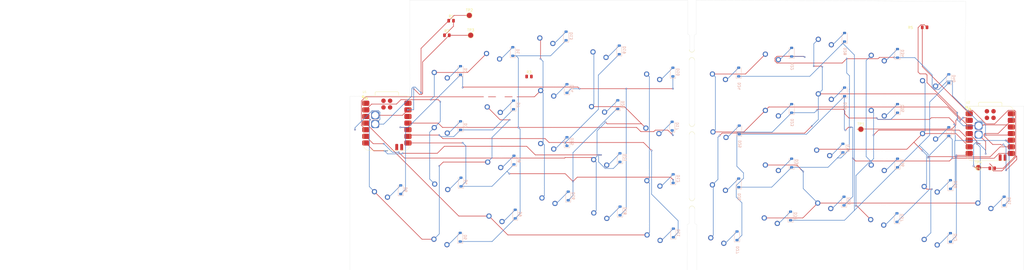
<source format=kicad_pcb>
(kicad_pcb (version 20241229) (generator "pcbnew") (generator_version "9.0")
  (layers (0 "F.Cu" signal) (2 "B.Cu" signal) (13 "F.Paste" user) (15 "B.Paste" user) (5 "F.SilkS" user "F.Silkscreen") (7 "B.SilkS" user "B.Silkscreen") (1 "F.Mask" user) (3 "B.Mask" user) (25 "Edge.Cuts" user))
  (net 0 "")
  (net 1 "Net-(D1-A)")
  (net 2 "/left/R0")
  (net 3 "/left/R1")
  (net 4 "Net-(D2-A)")
  (net 5 "Net-(D3-A)")
  (net 6 "/left/Ro2")
  (net 7 "Net-(D4-A)")
  (net 8 "/left/Ro3")
  (net 9 "Net-(D5-A)")
  (net 10 "Net-(D6-A)")
  (net 11 "Net-(D7-A)")
  (net 12 "Net-(D8-A)")
  (net 13 "Net-(D9-A)")
  (net 14 "Net-(D10-A)")
  (net 15 "Net-(D11-A)")
  (net 16 "Net-(D12-A)")
  (net 17 "Net-(D13-A)")
  (net 18 "Net-(D14-A)")
  (net 19 "Net-(D15-A)")
  (net 20 "Net-(D16-A)")
  (net 21 "Net-(D17-A)")
  (net 22 "Net-(D18-A)")
  (net 23 "Net-(D19-A)")
  (net 24 "Net-(D20-A)")
  (net 25 "Net-(D21-A)")
  (net 26 "/left/R4")
  (net 27 "Net-(D22-A)")
  (net 28 "/right/R0")
  (net 29 "/right/R1")
  (net 30 "Net-(D23-A)")
  (net 31 "/right/Ro2")
  (net 32 "Net-(D24-A)")
  (net 33 "/right/Ro3")
  (net 34 "Net-(D25-A)")
  (net 35 "Net-(D26-A)")
  (net 36 "Net-(D27-A)")
  (net 37 "Net-(D28-A)")
  (net 38 "Net-(D29-A)")
  (net 39 "Net-(D30-A)")
  (net 40 "Net-(D31-A)")
  (net 41 "Net-(D32-A)")
  (net 42 "Net-(D33-A)")
  (net 43 "Net-(D34-A)")
  (net 44 "Net-(D35-A)")
  (net 45 "Net-(D36-A)")
  (net 46 "Net-(D37-A)")
  (net 47 "Net-(D38-A)")
  (net 48 "Net-(D39-A)")
  (net 49 "Net-(D40-A)")
  (net 50 "Net-(D41-A)")
  (net 51 "/right/R4")
  (net 52 "Net-(D42-A)")
  (net 53 "/left/BT-PIN")
  (net 54 "/left/VBAT")
  (net 55 "GND")
  (net 58 "/right/VBAT")
  (net 59 "/right/BT-PIN")
  (net 60 "/left/C0")
  (net 61 "/left/C1")
  (net 62 "/left/C2")
  (net 63 "/left/C3")
  (net 64 "/left/C4")
  (net 65 "/right/C0")
  (net 66 "/right/C1")
  (net 67 "/right/C2")
  (net 68 "/right/C3")
  (net 69 "/right/C4")
  (net 70 "/left/BT_PIN")
  (net 84 "/right/BT_PIN")
  (footprint "TestPoint:TestPoint_Pad_D2.0mm" (layer "F.Cu") (at 213.7918 91.44)
    (property "Reference" "TP1")
    (property "Value" "TestPoint")
  )
  (footprint "PCM_marbastlib-choc:SW_choc_v1_1u" (layer "F.Cu") (at 161.7975 108.9896)
    (property "Reference" "SW26" (hide yes))
    (property "Value" "SW_Push")
  )
  (footprint "Resistor_SMD:R_0805_2012Metric" (layer "F.Cu") (at 86.4 71.2)
    (property "Reference" "R3")
    (property "Value" "R")
  )
  (footprint "PCM_marbastlib-choc:SW_choc_v1_1u" (layer "F.Cu") (at 75.37 79.08)
    (property "Reference" "SW7" (hide yes))
    (property "Value" "SW_Push")
  )
  (footprint "panelization:mouse-bite-2mm-slot" (layer "F.Cu") (at 148.9456 119.888 90)
    (property "Reference" "BO2" (hide yes))
    (property "Value" "break off" (hide yes))
  )
  (footprint "PCM_marbastlib-choc:SW_choc_v1_1u" (layer "F.Cu") (at 95.88 72.79)
    (property "Reference" "SW14" (hide yes))
    (property "Value" "SW_Push")
  )
  (footprint "PCM_marbastlib-choc:SW_choc_v1_1u" (layer "F.Cu") (at 116.26 119.76)
    (property "Reference" "SW18" (hide yes))
    (property "Value" "SW_Push")
  )
  (footprint "PCM_marbastlib-choc:SW_choc_v1_1u" (layer "F.Cu") (at 95.88 93.13)
    (property "Reference" "SW15" (hide yes))
    (property "Value" "SW_Push")
  )
  (footprint "PCM_marbastlib-choc:SW_choc_v1_1u" (layer "F.Cu") (at 222.5425 122.3246)
    (property "Reference" "SW37" (hide yes))
    (property "Value" "SW_Push")
  )
  (footprint "panelization:mouse-bite-2mm-slot" (layer "F.Cu") (at 148.9056 62.893 90)
    (property "Reference" "BO1" (hide yes))
    (property "Value" "break off" (hide yes))
  )
  (footprint "PCM_marbastlib-choc:SW_choc_v1_1u" (layer "F.Cu") (at 242.4425 68.9846)
    (property "Reference" "SW40" (hide yes))
    (property "Value" "SW_Push")
  )
  (footprint "PCM_marbastlib-choc:SW_choc_v1_1u" (layer "F.Cu") (at 222.7575 59.2746)
    (property "Reference" "SW34" (hide yes))
    (property "Value" "SW_Push")
  )
  (footprint "PCM_marbastlib-choc:SW_choc_v1_1u" (layer "F.Cu") (at 202.4375 53.1096)
    (property "Reference" "SW28" (hide yes))
    (property "Value" "SW_Push")
  )
  (footprint "PCM_marbastlib-choc:SW_choc_v1_1u" (layer "F.Cu") (at 75.09 58.57)
    (property "Reference" "SW1" (hide yes))
    (property "Value" "SW_Push")
  )
  (footprint "PCM_marbastlib-choc:SW_choc_v1_1u" (layer "F.Cu") (at 136.65 107.37)
    (property "Reference" "SW12" (hide yes))
    (property "Value" "SW_Push")
  )
  (footprint "PCM_marbastlib-choc:SW_choc_v1_1u" (layer "F.Cu") (at 55.03 87.01)
    (property "Reference" "SW3" (hide yes))
    (property "Value" "SW_Push")
  )
  (footprint "Resistor_SMD:R_0805_2012Metric" (layer "F.Cu") (at 54.864 55.372)
    (property "Reference" "R2")
    (property "Value" "2m")
  )
  (footprint "Resistor_SMD:R_0805_2012Metric" (layer "F.Cu") (at 238.252 52.324)
    (property "Reference" "R5")
    (property "Value" "2m")
  )
  (footprint "PCM_marbastlib-choc:SW_choc_v1_1u" (layer "F.Cu") (at 202.2225 115.9746)
    (property "Reference" "SW33" (hide yes))
    (property "Value" "SW_Push")
  )
  (footprint "PCM_marbastlib-choc:SW_choc_v1_1u" (layer "F.Cu") (at 263.6925 115.9646)
    (property "Reference" "SW31" (hide yes))
    (property "Value" "SW_Push")
  )
  (footprint "PCM_marbastlib-choc:SW_choc_v1_1u" (layer "F.Cu") (at 55.2 108.68)
    (property "Reference" "SW4" (hide yes))
    (property "Value" "SW_Push")
  )
  (footprint "PCM_marbastlib-choc:SW_choc_v1_1u" (layer "F.Cu") (at 182.1175 58.8246)
    (property "Reference" "SW22" (hide yes))
    (property "Value" "SW_Push")
  )
  (footprint "TestPoint:TestPoint_Pad_D2.0mm" (layer "F.Cu") (at 258.9022 106.172)
    (property "Reference" "TP4")
    (property "Value" "TestPoint")
  )
  (footprint "PCM_marbastlib-choc:SW_choc_v1_1u" (layer "F.Cu") (at 202.4375 74.0646)
    (property "Reference" "SW29" (hide yes))
    (property "Value" "SW_Push")
  )
  (footprint "PCM_marbastlib-choc:SW_choc_v1_1u" (layer "F.Cu") (at 115.39 78.96)
    (property "Reference" "SW20" (hide yes))
    (property "Value" "SW_Push")
  )
  (footprint "Resistor_SMD:R_0805_2012Metric" (layer "F.Cu") (at 56.4915 49.784)
    (property "Reference" "R1")
    (property "Value" "806k")
  )
  (footprint "PCM_marbastlib-choc:SW_choc_v1_1u" (layer "F.Cu") (at 115.96 57.96)
    (property "Reference" "SW19" (hide yes))
    (property "Value" "SW_Push")
  )
  (footprint "PCM_marbastlib-choc:SW_choc_v1_1u" (layer "F.Cu") (at 162.0125 88.6696)
    (property "Reference" "SW25" (hide yes))
    (property "Value" "SW_Push")
  )
  (footprint "PCM_marbastlib-choc:SW_choc_v1_1u" (layer "F.Cu") (at 55.03 65.85)
    (property "Reference" "SW2" (hide yes))
    (property "Value" "SW_Push")
  )
  (footprint "PCM_marbastlib-choc:SW_choc_v1_1u" (layer "F.Cu") (at 136.72 128.21)
    (property "Reference" "SW11" (hide yes))
    (property "Value" "SW_Push")
  )
  (footprint "PCM_marbastlib-choc:SW_choc_v1_1u" (layer "F.Cu") (at 222.7575 80.4146)
    (property "Reference" "SW35" (hide yes))
    (property "Value" "SW_Push")
  )
  (footprint "PCM_marbastlib-choc:SW_choc_v1_1u" (layer "F.Cu") (at 136.26 87.21)
    (property "Reference" "SW17" (hide yes))
    (property "Value" "SW_Push")
  )
  (footprint "PCM_marbastlib-choc:SW_choc_v1_1u" (layer "F.Cu") (at 95.55 52.62)
    (property "Reference" "SW13" (hide yes))
    (property "Value" "SW_Push")
  )
  (footprint "PCM_marbastlib-choc:SW_choc_v1_1u" (layer "F.Cu") (at 136.54 66.46)
    (property "Reference" "SW10" (hide yes))
    (property "Value" "SW_Push")
  )
  (footprint "PCM_marbastlib-choc:SW_choc_v1_1u" (layer "F.Cu") (at 201.8025 95.6546)
    (property "Reference" "SW38" (hide yes))
    (property "Value" "SW_Push")
  )
  (footprint "Resistor_SMD:R_0805_2012Metric" (layer "F.Cu") (at 264.1854 106.426)
    (property "Reference" "R4")
    (property "Value" "806k")
  )
  (footprint "panelization:mouse-bite-2mm-slot" (layer "F.Cu") (at 148.9456 91.3947 90)
    (property "Reference" "BO3" (hide yes))
    (property "Value" "break off" (hide yes))
  )
  (footprint "TestPoint:TestPoint_Pad_D2.0mm" (layer "F.Cu") (at 63.5 47.752)
    (property "Reference" "TP2")
    (property "Value" "TestPoint")
  )
  (footprint "PCM_marbastlib-choc:SW_choc_v1_1u" (layer "F.Cu") (at 243.0775 109.6246)
    (property "Reference" "SW39" (hide yes))
    (property "Value" "SW_Push")
  )
  (footprint "PCM_marbastlib-choc:SW_choc_v1_1u" (layer "F.Cu") (at 222.7575 101.3696)
    (property "Reference" "SW36" (hide yes))
    (property "Value" "SW_Push")
  )
  (footprint "PCM_marbastlib-choc:SW_choc_v1_1u" (layer "F.Cu") (at 161.7975 66.4446)
    (property "Reference" "SW24" (hide yes))
    (property "Value" "SW_Push")
  )
  (footprint "PCM_marbastlib-choc:SW_choc_v1_1u" (layer "F.Cu") (at 182.1175 80.4146)
    (property "Reference" "SW23" (hide yes))
    (property "Value" "SW_Push")
  )
  (footprint "PCM_marbastlib-choc:SW_choc_v1_1u" (layer "F.Cu") (at 182.1175 101.3696)
    (property "Reference" "SW30" (hide yes))
    (property "Value" "SW_Push")
  )
  (footprint "PCM_marbastlib-choc:SW_choc_v1_1u" (layer "F.Cu") (at 161.1625 129.3096)
    (property "Reference" "SW27" (hide yes))
    (property "Value" "SW_Push")
  )
  (footprint "OP:modified-XIAO-nRF52840-SMD" (layer "F.Cu") (at 263.4775 93.1046)
    (property "Reference" "U2")
    (property "Value" "XIAO-nRF52840-SMD")
  )
  (footprint "PCM_marbastlib-choc:SW_choc_v1_1u" (layer "F.Cu") (at 96.37 114.02)
    (property "Reference" "SW16" (hide yes))
    (property "Value" "SW_Push")
  )
  (footprint "PCM_marbastlib-choc:SW_choc_v1_1u" (layer "F.Cu") (at 32.07 111.61)
    (property "Reference" "SW6" (hide yes))
    (property "Value" "SW_Push")
  )
  (footprint "PCM_marbastlib-choc:SW_choc_v1_1u" (layer "F.Cu") (at 181.6975 121.6896)
    (property "Reference" "SW32" (hide yes))
    (property "Value" "SW_Push")
  )
  (footprint "PCM_marbastlib-choc:SW_choc_v1_1u" (layer "F.Cu") (at 76.03 120.97)
    (property "Reference" "SW9" (hide yes))
    (property "Value" "SW_Push")
  )
  (footprint "PCM_marbastlib-choc:SW_choc_v1_1u" (layer "F.Cu") (at 54.91 129.85)
    (property "Reference" "SW5" (hide yes))
    (property "Value" "SW_Push")
  )
  (footprint "PCM_marbastlib-choc:SW_choc_v1_1u" (layer "F.Cu") (at 243.0775 129.9446)
    (property "Reference" "SW42" (hide yes))
    (property "Value" "SW_Push")
  )
  (footprint "PCM_marbastlib-choc:SW_choc_v1_1u" (layer "F.Cu") (at 242.4425 89.3046)
    (property "Reference" "SW41" (hide yes))
    (property "Value" "SW_Push")
  )
  (footprint "OP:modified-XIAO-nRF52840-SMD" (layer "F.Cu") (at 31.87 89.0831)
    (property "Reference" "U1")
    (property "Value" "XIAO-nRF52840-SMD")
  )
  (footprint "TestPoint:TestPoint_Pad_D2.0mm" (layer "F.Cu") (at 64.008 55.372)
    (property "Reference" "TP3")
    (property "Value" "TestPoint")
  )
  (footprint "PCM_marbastlib-choc:SW_choc_v1_1u" (layer "F.Cu") (at 75.54 100.24)
    (property "Reference" "SW8" (hide yes))
    (property "Value" "SW_Push")
  )
  (footprint "PCM_marbastlib-choc:SW_choc_v1_1u" (layer "F.Cu") (at 116.22 99.3)
    (property "Reference" "SW21" (hide yes))
    (property "Value" "SW_Push")
  )
  (footprint "Diode_SMD:D_SOD-123" (layer "B.Cu") (at 167.0925 91.6996 90)
    (property "Reference" "D25")
    (property "Value" "D")
  )
  (footprint "Diode_SMD:D_SOD-123" (layer "B.Cu") (at 187.1975 61.8546 90)
    (property "Reference" "D22")
    (property "Value" "D")
  )
  (footprint "Diode_SMD:D_SOD-123" (layer "B.Cu") (at 166.8775 69.4746 90)
    (property "Reference" "D24")
    (property "Value" "D")
  )
  (footprint "Diode_SMD:D_SOD-123" (layer "B.Cu") (at 60.11 68.88 90)
    (property "Reference" "D2")
    (property "Value" "D")
  )
  (footprint "Diode_SMD:D_SOD-123" (layer "B.Cu") (at 59.99 132.88 90)
    (property "Reference" "D5")
    (property "Value" "D")
  )
  (footprint "Diode_SMD:D_SOD-123" (layer "B.Cu") (at 100.96 96.16 90)
    (property "Reference" "D15")
    (property "Value" "D")
  )
  (footprint "Diode_SMD:D_SOD-123" (layer "B.Cu") (at 247.5225 92.3346 90)
    (property "Reference" "D41")
    (property "Value" "D")
  )
  (footprint "Diode_SMD:D_SOD-123" (layer "B.Cu") (at 206.8825 98.6846 90)
    (property "Reference" "D38")
    (property "Value" "D")
  )
  (footprint "Diode_SMD:D_SOD-123" (layer "B.Cu") (at 81.11 124 90)
    (property "Reference" "D9")
    (property "Value" "D")
  )
  (footprint "Diode_SMD:D_SOD-123" (layer "B.Cu") (at 141.8 131.24 90)
    (property "Reference" "D11")
    (property "Value" "D")
  )
  (footprint "Diode_SMD:D_SOD-123" (layer "B.Cu") (at 247.5225 72.0146 90)
    (property "Reference" "D40")
    (property "Value" "D")
  )
  (footprint "Diode_SMD:D_SOD-123" (layer "B.Cu") (at 60.11 90.04 90)
    (property "Reference" "D3")
    (property "Value" "D")
  )
  (footprint "Diode_SMD:D_SOD-123" (layer "B.Cu") (at 37.15 114.64 90)
    (property "Reference" "D6")
    (property "Value" "D")
  )
  (footprint "Diode_SMD:D_SOD-123" (layer "B.Cu") (at 121.34 122.79 90)
    (property "Reference" "D18")
    (property "Value" "D")
  )
  (footprint "Diode_SMD:D_SOD-123" (layer "B.Cu") (at 248.1575 112.6546 90)
    (property "Reference" "D39")
    (property "Value" "D")
  )
  (footprint "Diode_SMD:D_SOD-123" (layer "B.Cu") (at 100.96 75.82 90)
    (property "Reference" "D14")
    (property "Value" "D")
  )
  (footprint "Diode_SMD:D_SOD-123" (layer "B.Cu") (at 80.17 61.6 90)
    (property "Reference" "D1")
    (property "Value" "D")
  )
  (footprint "Diode_SMD:D_SOD-123" (layer "B.Cu") (at 80.45 82.11 90)
    (property "Reference" "D7")
    (property "Value" "D")
  )
  (footprint "Diode_SMD:D_SOD-123" (layer "B.Cu") (at 207.5175 77.0946 90)
    (property "Reference" "D29")
    (property "Value" "D")
  )
  (footprint "Diode_SMD:D_SOD-123" (layer "B.Cu") (at 207.5175 56.1396 90)
    (property "Reference" "D28")
    (property "Value" "D")
  )
  (footprint "Diode_SMD:D_SOD-123" (layer "B.Cu") (at 187.1975 104.3996 90)
    (property "Reference" "D30")
    (property "Value" "D")
  )
  (footprint "Diode_SMD:D_SOD-123" (layer "B.Cu") (at 80.62 103.27 90)
    (property "Reference" "D8")
    (property "Value" "D")
  )
  (footprint "Diode_SMD:D_SOD-123" (layer "B.Cu") (at 121.04 60.99 90)
    (property "Reference" "D19")
    (property "Value" "D")
  )
  (footprint "Diode_SMD:D_SOD-123" (layer "B.Cu") (at 227.6225 125.3546 90)
    (property "Reference" "D37")
    (property "Value" "D")
  )
  (footprint "Diode_SMD:D_SOD-123" (layer "B.Cu") (at 268.7725 118.9946 90)
    (property "Reference" "D31")
    (property "Value" "D")
  )
  (footprint "Diode_SMD:D_SOD-123" (layer "B.Cu") (at 248.1575 132.9746 90)
    (property "Reference" "D42")
    (property "Value" "D")
  )
  (footprint "Diode_SMD:D_SOD-123" (layer "B.Cu") (at 60.28 111.71 90)
    (property "Reference" "D4")
    (property "Value" "D")
  )
  (footprint "Diode_SMD:D_SOD-123" (layer "B.Cu") (at 227.8375 62.3046 90)
    (property "Reference" "D34")
    (property "Value" "D")
  )
  (footprint "Diode_SMD:D_SOD-123" (layer "B.Cu") (at 166.8775 112.0196 90)
    (property "Reference" "D26")
    (property "Value" "D")
  )
  (footprint "Diode_SMD:D_SOD-123" (layer "B.Cu") (at 120.47 81.99 90)
    (property "Reference" "D20")
    (property "Value" "D")
  )
  (footprint "Diode_SMD:D_SOD-123" (layer "B.Cu") (at 141.62 69.49 90)
    (property "Reference" "D10")
    (property "Value" "D")
  )
  (footprint "Diode_SMD:D_SOD-123" (layer "B.Cu") (at 141.34 90.24 90)
    (property "Reference" "D17")
    (property "Value" "D")
  )
  (footprint "Diode_SMD:D_SOD-123" (layer "B.Cu") (at 227.8375 104.3996 90)
    (property "Reference" "D36")
    (property "Value" "D")
  )
  (footprint "Diode_SMD:D_SOD-123" (layer "B.Cu") (at 121.3 102.33 90)
    (property "Reference" "D21")
    (property "Value" "D")
  )
  (footprint "Diode_SMD:D_SOD-123" (layer "B.Cu") (at 166.2425 132.3396 90)
    (property "Reference" "D27")
    (property "Value" "D")
  )
  (footprint "Diode_SMD:D_SOD-123" (layer "B.Cu") (at 100.63 55.65 90)
    (property "Reference" "D13")
    (property "Value" "D")
  )
  (footprint "Diode_SMD:D_SOD-123" (layer "B.Cu") (at 207.3025 119.0046 90)
    (property "Reference" "D33")
    (property "Value" "D")
  )
  (footprint "Diode_SMD:D_SOD-123" (layer "B.Cu") (at 227.8375 83.4446 90)
    (property "Reference" "D35")
    (property "Value" "D")
  )
  (footprint "Diode_SMD:D_SOD-123" (layer "B.Cu") (at 186.7775 124.7196 90)
    (property "Reference" "D32")
    (property "Value" "D")
  )
  (footprint "Diode_SMD:D_SOD-123" (layer "B.Cu") (at 141.73 110.4 90)
    (property "Reference" "D12")
    (property "Value" "D")
  )
  (footprint "Diode_SMD:D_SOD-123" (layer "B.Cu") (at 101.45 117.05 90)
    (property "Reference" "D16")
    (property "Value" "D")
  )
  (footprint "Diode_SMD:D_SOD-123" (layer "B.Cu") (at 187.1975 83.4446 90)
    (property "Reference" "D23")
    (property "Value" "D")
  )
  (gr_line (start 149.954782 127.154087) (end 149.954782 121.8755) (stroke (width 0.05)) (layer "Edge.Cuts"))
  (gr_arc (start 149.954782 89.427238) (mid 148.954782 90.427238) (end 147.954782 89.427238) (stroke (width 0.05)) (layer "Edge.Cuts"))
  (gr_arc (start 148.849333 61.791755) (mid 148.267355 61.551294) (end 148.024771 60.970197) (stroke (width 0.05)) (layer "Edge.Cuts"))
  (gr_line (start 147.216637 127.904087) (end 147.204669 145.4912) (stroke (width 0.05)) (layer "Edge.Cuts"))
  (gr_line (start 149.877782 55.653838) (end 149.879793 60.966859) (stroke (width 0.05)) (layer "Edge.Cuts"))
  (gr_line (start 147.954782 117.9505) (end 147.954782 93.37716) (stroke (width 0.05)) (layer "Edge.Cuts"))
  (gr_line (start 253.746 82.5546) (end 254 42.3672) (stroke (width 0.05)) (layer "Edge.Cuts"))
  (gr_line (start 149.954782 117.9505) (end 149.954782 93.37716) (stroke (width 0.05)) (layer "Edge.Cuts"))
  (gr_line (start 40.64 41.8592) (end 147.281782 41.8592) (stroke (width 0.05)) (layer "Edge.Cuts"))
  (gr_line (start 150.627782 41.8592) (end 254 42.3672) (stroke (width 0.05)) (layer "Edge.Cuts"))
  (gr_arc (start 150.704895 127.904087) (mid 150.17451 127.684454) (end 149.954782 127.154087) (stroke (width 0.05)) (layer "Edge.Cuts"))
  (gr_line (start 147.204669 145.4912) (end 17.6784 145.4912) (stroke (width 0.05)) (layer "Edge.Cuts"))
  (gr_line (start 40.725 78.5331) (end 40.64 41.8592) (stroke (width 0.05)) (layer "Edge.Cuts"))
  (gr_arc (start 147.281782 54.903838) (mid 147.812112 55.123508) (end 148.031782 55.653838) (stroke (width 0.05)) (layer "Edge.Cuts"))
  (gr_line (start 17.6784 92.644338) (end 17.6784 145.4912) (stroke (width 0.05)) (layer "Edge.Cuts"))
  (gr_line (start 147.954782 127.154087) (end 147.954782 121.8755) (stroke (width 0.05)) (layer "Edge.Cuts"))
  (gr_arc (start 149.879793 60.966859) (mid 149.635937 61.546914) (end 149.052256 61.78196) (stroke (width 0.05)) (layer "Edge.Cuts"))
  (gr_line (start 148.031782 55.653838) (end 148.029771 60.966859) (stroke (width 0.05)) (layer "Edge.Cuts"))
  (gr_line (start 17.6784 78.74) (end 17.6784 92.644338) (stroke (width 0.05)) (layer "Edge.Cuts"))
  (gr_line (start 150.627782 54.903838) (end 150.627782 41.8592) (stroke (width 0.05)) (layer "Edge.Cuts"))
  (gr_line (start 150.704895 127.904087) (end 150.704895 145.4912) (stroke (width 0.05)) (layer "Edge.Cuts"))
  (gr_line (start 150.704895 145.4912) (end 276.363883 145.542) (stroke (width 0.05)) (layer "Edge.Cuts"))
  (gr_line (start 148.849333 61.791755) (end 149.049917 61.78196) (stroke (width 0.05)) (layer "Edge.Cuts"))
  (gr_arc (start 147.954857 93.377162) (mid 148.954857 92.377162) (end 149.954857 93.377162) (stroke (width 0.05)) (layer "Edge.Cuts"))
  (gr_line (start 147.281782 54.903838) (end 147.281782 41.8592) (stroke (width 0.05)) (layer "Edge.Cuts"))
  (gr_line (start 253.746 82.5546) (end 276.352 82.5546) (stroke (width 0.05)) (layer "Edge.Cuts"))
  (gr_arc (start 149.877782 55.653838) (mid 150.097452 55.123508) (end 150.627782 54.903838) (stroke (width 0.05)) (layer "Edge.Cuts"))
  (gr_line (start 276.363883 145.542) (end 276.352 82.5546) (stroke (width 0.05)) (layer "Edge.Cuts"))
  (gr_arc (start 147.955112 64.885532) (mid 148.954766 63.88583) (end 149.954452 64.8855) (stroke (width 0.05)) (layer "Edge.Cuts"))
  (gr_line (start 147.954782 64.8855) (end 147.954782 89.427238) (stroke (width 0.05)) (layer "Edge.Cuts"))
  (gr_line (start 149.954782 64.8855) (end 149.954782 89.427238) (stroke (width 0.05)) (layer "Edge.Cuts"))
  (gr_arc (start 147.954876 127.154087) (mid 147.739343 127.680265) (end 147.216637 127.904087) (stroke (width 0.05)) (layer "Edge.Cuts"))
  (gr_arc (start 147.954782 121.8755) (mid 148.954782 120.8755) (end 149.954782 121.8755) (stroke (width 0.05)) (layer "Edge.Cuts"))
  (gr_arc (start 149.954782 117.9505) (mid 148.954782 118.9505) (end 147.954782 117.9505) (stroke (width 0.05)) (layer "Edge.Cuts"))
  (gr_line (start 40.725 78.5331) (end 17.6784 78.74) (stroke (width 0.05)) (layer "Edge.Cuts"))
  (segment (start 75.65 64.47) (end 80.17 59.95) (width 0.2) (layer "B.Cu") (net 1))
  (segment (start 75.09 64.47) (end 75.65 64.47) (width 0.2) (layer "B.Cu") (net 1))
  (segment (start 139.6782 91.7762) (end 141.651 93.749) (width 0.2) (layer "F.Cu") (net 2))
  (segment (start 127.7097 90.7487) (end 129.3038 92.3428) (width 0.2) (layer "F.Cu") (net 2))
  (segment (start 134.8761 91.7762) (end 139.6782 91.7762) (width 0.2) (layer "F.Cu") (net 2))
  (segment (start 51.5261 89.0831) (end 53.1917 90.7487) (width 0.2) (layer "F.Cu") (net 2))
  (segment (start 134.3095 92.3428) (end 134.8761 91.7762) (width 0.2) (layer "F.Cu") (net 2))
  (segment (start 39.925 89.0831) (end 51.5261 89.0831) (width 0.2) (layer "F.Cu") (net 2))
  (segment (start 129.3038 92.3428) (end 134.3095 92.3428) (width 0.2) (layer "F.Cu") (net 2))
  (segment (start 53.1917 90.7487) (end 82.2992 90.7487) (width 0.2) (layer "F.Cu") (net 2))
  (segment (start 82.2992 90.7487) (end 127.7097 90.7487) (width 0.2) (layer "F.Cu") (net 2))
  (via (at 141.651 93.749) (size 0.6) (drill 0.3) (layers "F.Cu" "B.Cu") (net 2))
  (via (at 82.2992 90.7487) (size 0.6) (drill 0.3) (layers "F.Cu" "B.Cu") (net 2))
  (segment (start 141.34 93.438) (end 141.34 91.89) (width 0.2) (layer "B.Cu") (net 2))
  (segment (start 82.9863 91.4358) (end 82.9863 123.7737) (width 0.2) (layer "B.Cu") (net 2))
  (segment (start 81.4158 63.25) (end 82.2992 64.1334) (width 0.2) (layer "B.Cu") (net 2))
  (segment (start 82.2992 64.1334) (end 82.2992 90.7487) (width 0.2) (layer "B.Cu") (net 2))
  (segment (start 94.68 63.25) (end 100.63 57.3) (width 0.2) (layer "B.Cu") (net 2))
  (segment (start 72.23 134.53) (end 81.11 125.65) (width 0.2) (layer "B.Cu") (net 2))
  (segment (start 141.651 93.749) (end 141.34 93.438) (width 0.2) (layer "B.Cu") (net 2))
  (segment (start 82.9863 123.7737) (end 81.11 125.65) (width 0.2) (layer "B.Cu") (net 2))
  (segment (start 59.99 134.53) (end 72.23 134.53) (width 0.2) (layer "B.Cu") (net 2))
  (segment (start 80.17 63.25) (end 81.4158 63.25) (width 0.2) (layer "B.Cu") (net 2))
  (segment (start 81.4158 63.25) (end 94.68 63.25) (width 0.2) (layer "B.Cu") (net 2))
  (segment (start 82.2992 90.7487) (end 82.9863 91.4358) (width 0.2) (layer "B.Cu") (net 2))
  (segment (start 61.1188 75.2504) (end 105.1515 75.2504) (width 0.2) (layer "F.Cu") (net 3))
  (segment (start 37.0115 90.707) (end 39.0089 90.707) (width 0.2) (layer "F.Cu") (net 3))
  (segment (start 60.9291 75.4401) (end 61.1188 75.2504) (width 0.2) (layer "F.Cu") (net 3))
  (segment (start 123.7128 75.8735) (end 141.651 75.8735) (width 0.2) (layer "F.Cu") (net 3))
  (segment (start 105.1515 75.2504) (end 105.7746 75.8735) (width 0.2) (layer "F.Cu") (net 3))
  (segment (start 105.7746 75.8735) (end 123.7128 75.8735) (width 0.2) (layer "F.Cu") (net 3))
  (segment (start 39.0089 90.707) (end 39.925 91.6231) (width 0.2) (layer "F.Cu") (net 3))
  (via (at 105.7746 75.8735) (size 0.6) (drill 0.3) (layers "F.Cu" "B.Cu") (net 3))
  (via (at 37.0115 90.707) (size 0.6) (drill 0.3) (layers "F.Cu" "B.Cu") (net 3))
  (via (at 141.651 75.8735) (size 0.6) (drill 0.3) (layers "F.Cu" "B.Cu") (net 3))
  (via (at 123.7128 75.8735) (size 0.6) (drill 0.3) (layers "F.Cu" "B.Cu") (net 3))
  (via (at 60.9291 75.4401) (size 0.6) (drill 0.3) (layers "F.Cu" "B.Cu") (net 3))
  (segment (start 60.9291 71.3491) (end 60.9291 75.4401) (width 0.2) (layer "B.Cu") (net 3))
  (segment (start 141.62 75.8425) (end 141.62 71.14) (width 0.2) (layer "B.Cu") (net 3))
  (segment (start 102.5565 75.8735) (end 105.7746 75.8735) (width 0.2) (layer "B.Cu") (net 3))
  (segment (start 60.11 70.53) (end 60.9291 71.3491) (width 0.2) (layer "B.Cu") (net 3))
  (segment (start 141.651 75.8735) (end 141.62 75.8425) (width 0.2) (layer "B.Cu") (net 3))
  (segment (start 37.15 116.29) (end 38.9993 114.4407) (width 0.2) (layer "B.Cu") (net 3))
  (segment (start 123.7128 122.0672) (end 121.34 124.44) (width 0.2) (layer "B.Cu") (net 3))
  (segment (start 38.9993 90.707) (end 37.0115 90.707) (width 0.2) (layer "B.Cu") (net 3))
  (segment (start 38.9993 114.4407) (end 38.9993 90.707) (width 0.2) (layer "B.Cu") (net 3))
  (segment (start 60.11 70.53) (end 39.933 90.707) (width 0.2) (layer "B.Cu") (net 3))
  (segment (start 100.96 77.47) (end 102.5565 75.8735) (width 0.2) (layer "B.Cu") (net 3))
  (segment (start 123.7128 75.8735) (end 123.7128 122.0672) (width 0.2) (layer "B.Cu") (net 3))
  (segment (start 39.933 90.707) (end 38.9993 90.707) (width 0.2) (layer "B.Cu") (net 3))
  (segment (start 55.03 71.75) (end 55.59 71.75) (width 0.2) (layer "B.Cu") (net 4))
  (segment (start 55.59 71.75) (end 60.11 67.23) (width 0.2) (layer "B.Cu") (net 4))
  (segment (start 55.03 92.91) (end 55.59 92.91) (width 0.2) (layer "B.Cu") (net 5))
  (segment (start 55.59 92.91) (end 60.11 88.39) (width 0.2) (layer "B.Cu") (net 5))
  (segment (start 51.96 93.6737) (end 53.3078 95.0215) (width 0.2) (layer "F.Cu") (net 6))
  (segment (start 39.925 94.1631) (end 40.4144 93.6737) (width 0.2) (layer "F.Cu") (net 6))
  (segment (start 92.5937 95.0215) (end 94.0995 96.5273) (width 0.2) (layer "F.Cu") (net 6))
  (segment (start 40.4144 93.6737) (end 51.96 93.6737) (width 0.2) (layer "F.Cu") (net 6))
  (segment (start 94.0995 96.5273) (end 100.0644 96.5273) (width 0.2) (layer "F.Cu") (net 6))
  (segment (start 100.0644 96.5273) (end 130.3608 96.5273) (width 0.2) (layer "F.Cu") (net 6))
  (segment (start 53.3078 95.0215) (end 92.5937 95.0215) (width 0.2) (layer "F.Cu") (net 6))
  (segment (start 130.3608 96.5273) (end 133.4406 99.6071) (width 0.2) (layer "F.Cu") (net 6))
  (via (at 51.96 93.6737) (size 0.6) (drill 0.3) (layers "F.Cu" "B.Cu") (net 6))
  (via (at 133.4406 99.6071) (size 0.6) (drill 0.3) (layers "F.Cu" "B.Cu") (net 6))
  (via (at 100.0644 96.5273) (size 0.6) (drill 0.3) (layers "F.Cu" "B.Cu") (net 6))
  (segment (start 143.6353 126.5683) (end 143.6353 131.0547) (width 0.2) (layer "B.Cu") (net 6))
  (segment (start 60.11 91.69) (end 57.5531 94.2469) (width 0.2) (layer "B.Cu") (net 6))
  (segment (start 100.1903 96.6532) (end 113.0191 83.8244) (width 0.2) (layer "B.Cu") (net 6))
  (segment (start 113.0191 83.8244) (end 113.0191 70.6609) (width 0.2) (layer "B.Cu") (net 6))
  (segment (start 113.0191 70.6609) (end 121.04 62.64) (width 0.2) (layer "B.Cu") (net 6))
  (segment (start 143.6353 131.0547) (end 141.8 132.89) (width 0.2) (layer "B.Cu") (net 6))
  (segment (start 133.4406 99.6071) (end 133.4406 116.3736) (width 0.2) (layer "B.Cu") (net 6))
  (segment (start 60.11 91.69) (end 72.52 91.69) (width 0.2) (layer "B.Cu") (net 6))
  (segment (start 52.5332 94.2469) (end 51.96 93.6737) (width 0.2) (layer "B.Cu") (net 6))
  (segment (start 133.4406 116.3736) (end 143.6353 126.5683) (width 0.2) (layer "B.Cu") (net 6))
  (segment (start 100.96 97.4229) (end 100.96 97.81) (width 0.2) (layer "B.Cu") (net 6))
  (segment (start 57.5531 94.2469) (end 52.5332 94.2469) (width 0.2) (layer "B.Cu") (net 6))
  (segment (start 72.52 91.69) (end 80.45 83.76) (width 0.2) (layer "B.Cu") (net 6))
  (segment (start 100.0644 96.5273) (end 100.1903 96.6532) (width 0.2) (layer "B.Cu") (net 6))
  (segment (start 100.1903 96.6532) (end 100.96 97.4229) (width 0.2) (layer "B.Cu") (net 6))
  (segment (start 55.2 114.58) (end 55.76 114.58) (width 0.2) (layer "B.Cu") (net 7))
  (segment (start 55.76 114.58) (end 60.28 110.06) (width 0.2) (layer "B.Cu") (net 7))
  (segment (start 60.8664 96.7031) (end 60.9291 96.6404) (width 0.2) (layer "F.Cu") (net 8))
  (segment (start 103.2754 111.4693) (end 100.3133 108.5072) (width 0.2) (layer "F.Cu") (net 8))
  (segment (start 141.7103 110.8542) (end 140.6899 109.8338) (width 0.2) (layer "F.Cu") (net 8))
  (segment (start 39.925 96.7031) (end 60.8664 96.7031) (width 0.2) (layer "F.Cu") (net 8))
  (segment (start 100.3133 108.5072) (end 78.8673 108.5072) (width 0.2) (layer "F.Cu") (net 8))
  (segment (start 104.9109 109.8338) (end 103.2754 111.4693) (width 0.2) (layer "F.Cu") (net 8))
  (segment (start 140.6899 109.8338) (end 104.9109 109.8338) (width 0.2) (layer "F.Cu") (net 8))
  (via (at 103.2754 111.4693) (size 0.6) (drill 0.3) (layers "F.Cu" "B.Cu") (net 8))
  (via (at 60.9291 96.6404) (size 0.6) (drill 0.3) (layers "F.Cu" "B.Cu") (net 8))
  (via (at 141.7103 110.8542) (size 0.6) (drill 0.3) (layers "F.Cu" "B.Cu") (net 8))
  (via (at 78.8673 108.5072) (size 0.6) (drill 0.3) (layers "F.Cu" "B.Cu") (net 8))
  (segment (start 101.45 118.7) (end 103.2754 116.8746) (width 0.2) (layer "B.Cu") (net 8))
  (segment (start 103.2754 100.4279) (end 103.2754 111.4693) (width 0.2) (layer "B.Cu") (net 8))
  (segment (start 62.1583 97.8696) (end 62.1583 111.5487) (width 0.2) (layer "B.Cu") (net 8))
  (segment (start 141.73 112.05) (end 141.7103 112.0303) (width 0.2) (layer "B.Cu") (net 8))
  (segment (start 78.8673 108.5072) (end 77.9501 107.59) (width 0.2) (layer "B.Cu") (net 8))
  (segment (start 60.9291 96.6404) (end 62.1583 97.8696) (width 0.2) (layer "B.Cu") (net 8))
  (segment (start 60.28 113.36) (end 60.347 113.36) (width 0.2) (layer "B.Cu") (net 8))
  (segment (start 120.47 83.64) (end 120.0633 83.64) (width 0.2) (layer "B.Cu") (net 8))
  (segment (start 72.18 113.36) (end 77.9501 107.5899) (width 0.2) (layer "B.Cu") (net 8))
  (segment (start 62.1583 111.5487) (end 60.347 113.36) (width 0.2) (layer "B.Cu") (net 8))
  (segment (start 60.347 113.36) (end 72.18 113.36) (width 0.2) (layer "B.Cu") (net 8))
  (segment (start 141.7103 112.0303) (end 141.7103 110.8542) (width 0.2) (layer "B.Cu") (net 8))
  (segment (start 103.2754 116.8746) (end 103.2754 111.4693) (width 0.2) (layer "B.Cu") (net 8))
  (segment (start 120.0633 83.64) (end 103.2754 100.4279) (width 0.2) (layer "B.Cu") (net 8))
  (segment (start 77.9501 107.59) (end 77.9501 107.5899) (width 0.2) (layer "B.Cu") (net 8))
  (segment (start 77.9501 107.5899) (end 80.62 104.92) (width 0.2) (layer "B.Cu") (net 8))
  (segment (start 55.47 135.75) (end 59.99 131.23) (width 0.2) (layer "B.Cu") (net 9))
  (segment (start 54.91 135.75) (end 55.47 135.75) (width 0.2) (layer "B.Cu") (net 9))
  (segment (start 32.63 117.51) (end 37.15 112.99) (width 0.2) (layer "B.Cu") (net 10))
  (segment (start 32.07 117.51) (end 32.63 117.51) (width 0.2) (layer "B.Cu") (net 10))
  (segment (start 75.37 84.98) (end 75.93 84.98) (width 0.2) (layer "B.Cu") (net 11))
  (segment (start 75.93 84.98) (end 80.45 80.46) (width 0.2) (layer "B.Cu") (net 11))
  (segment (start 76.1 106.14) (end 80.62 101.62) (width 0.2) (layer "B.Cu") (net 12))
  (segment (start 75.54 106.14) (end 76.1 106.14) (width 0.2) (layer "B.Cu") (net 12))
  (segment (start 76.03 126.87) (end 76.59 126.87) (width 0.2) (layer "B.Cu") (net 13))
  (segment (start 76.59 126.87) (end 81.11 122.35) (width 0.2) (layer "B.Cu") (net 13))
  (segment (start 136.54 72.36) (end 137.1 72.36) (width 0.2) (layer "B.Cu") (net 14))
  (segment (start 137.1 72.36) (end 141.62 67.84) (width 0.2) (layer "B.Cu") (net 14))
  (segment (start 136.72 134.11) (end 137.28 134.11) (width 0.2) (layer "B.Cu") (net 15))
  (segment (start 137.28 134.11) (end 141.8 129.59) (width 0.2) (layer "B.Cu") (net 15))
  (segment (start 137.21 113.27) (end 141.73 108.75) (width 0.2) (layer "B.Cu") (net 16))
  (segment (start 136.65 113.27) (end 137.21 113.27) (width 0.2) (layer "B.Cu") (net 16))
  (segment (start 96.11 58.52) (end 100.63 54) (width 0.2) (layer "B.Cu") (net 17))
  (segment (start 95.55 58.52) (end 96.11 58.52) (width 0.2) (layer "B.Cu") (net 17))
  (segment (start 96.44 78.69) (end 100.96 74.17) (width 0.2) (layer "B.Cu") (net 18))
  (segment (start 95.88 78.69) (end 96.44 78.69) (width 0.2) (layer "B.Cu") (net 18))
  (segment (start 96.44 99.03) (end 100.96 94.51) (width 0.2) (layer "B.Cu") (net 19))
  (segment (start 95.88 99.03) (end 96.44 99.03) (width 0.2) (layer "B.Cu") (net 19))
  (segment (start 96.93 119.92) (end 101.45 115.4) (width 0.2) (layer "B.Cu") (net 20))
  (segment (start 96.37 119.92) (end 96.93 119.92) (width 0.2) (layer "B.Cu") (net 20))
  (segment (start 136.82 93.11) (end 141.34 88.59) (width 0.2) (layer "B.Cu") (net 21))
  (segment (start 136.26 93.11) (end 136.82 93.11) (width 0.2) (layer "B.Cu") (net 21))
  (segment (start 116.26 125.66) (end 116.82 125.66) (width 0.2) (layer "B.Cu") (net 22))
  (segment (start 116.82 125.66) (end 121.34 121.14) (width 0.2) (layer "B.Cu") (net 22))
  (segment (start 116.52 63.86) (end 121.04 59.34) (width 0.2) (layer "B.Cu") (net 23))
  (segment (start 115.96 63.86) (end 116.52 63.86) (width 0.2) (layer "B.Cu") (net 23))
  (segment (start 115.95 84.86) (end 120.47 80.34) (width 0.2) (layer "B.Cu") (net 24))
  (segment (start 115.39 84.86) (end 115.95 84.86) (width 0.2) (layer "B.Cu") (net 24))
  (segment (start 116.78 105.2) (end 121.3 100.68) (width 0.2) (layer "B.Cu") (net 25))
  (segment (start 116.22 105.2) (end 116.78 105.2) (width 0.2) (layer "B.Cu") (net 25))
  (segment (start 88.8115 101.2914) (end 85.492 97.9719) (width 0.2) (layer "F.Cu") (net 26))
  (segment (start 113.1089 101.2914) (end 114.2632 101.2914) (width 0.2) (layer "F.Cu") (net 26))
  (segment (start 26.7717 99.7148) (end 23.76 96.7031) (width 0.2) (layer "F.Cu") (net 26))
  (segment (start 53.9114 97.9719) (end 51.2179 100.6654) (width 0.2) (layer "F.Cu") (net 26))
  (segment (start 37.6812 100.6654) (end 37.9171 100.6654) (width 0.2) (layer "F.Cu") (net 26))
  (segment (start 51.2179 100.6654) (end 37.9171 100.6654) (width 0.2) (layer "F.Cu") (net 26))
  (segment (start 37.9171 100.6654) (end 37.6812 100.6654) (width 0.2) (layer "F.Cu") (net 26))
  (segment (start 30.9244 99.7148) (end 32.1109 99.7148) (width 0.2) (layer "F.Cu") (net 26))
  (segment (start 30.9244 99.7148) (end 26.7717 99.7148) (width 0.2) (layer "F.Cu") (net 26))
  (segment (start 32.1109 99.7148) (end 30.9244 99.7148) (width 0.2) (layer "F.Cu") (net 26))
  (segment (start 114.2632 101.2914) (end 113.1089 101.2914) (width 0.2) (layer "F.Cu") (net 26))
  (segment (start 113.1089 101.2914) (end 88.8115 101.2914) (width 0.2) (layer "F.Cu") (net 26))
  (segment (start 85.492 97.9719) (end 53.9114 97.9719) (width 0.2) (layer "F.Cu") (net 26))
  (via (at 30.9244 99.7148) (size 0.6) (drill 0.3) (layers "F.Cu" "B.Cu") (net 26))
  (via (at 37.9171 100.6654) (size 0.6) (drill 0.3) (layers "F.Cu" "B.Cu") (net 26))
  (via (at 113.1089 101.2914) (size 0.6) (drill 0.3) (layers "F.Cu" "B.Cu") (net 26))
  (segment (start 118.7783 106.5017) (end 115.6345 106.5017) (width 0.2) (layer "B.Cu") (net 26))
  (segment (start 30.9244 99.7148) (end 32.1109 99.7148) (width 0.2) (layer "B.Cu") (net 26))
  (segment (start 37.6812 100.9013) (end 32.1109 100.9013) (width 0.2) (layer "B.Cu") (net 26))
  (segment (start 113.1089 101.2914) (end 114.2632 101.2914) (width 0.2) (layer "B.Cu") (net 26))
  (segment (start 37.6812 100.6654) (end 37.9171 100.6654) (width 0.2) (layer "B.Cu") (net 26))
  (segment (start 113.1089 103.9761) (end 113.1089 101.2914) (width 0.2) (layer "B.Cu") (net 26))
  (segment (start 32.1109 100.9013) (end 30.9244 99.7148) (width 0.2) (layer "B.Cu") (net 26))
  (segment (start 37.9171 100.6654) (end 37.6812 100.9013) (width 0.2) (layer "B.Cu") (net 26))
  (segment (start 115.6345 106.5017) (end 113.1089 103.9761) (width 0.2) (layer "B.Cu") (net 26))
  (segment (start 32.1109 99.7148) (end 30.9244 99.7148) (width 0.2) (layer "B.Cu") (net 26))
  (segment (start 114.2632 101.2914) (end 113.1089 101.2914) (width 0.2) (layer "B.Cu") (net 26))
  (segment (start 37.9171 100.6654) (end 37.6812 100.6654) (width 0.2) (layer "B.Cu") (net 26))
  (segment (start 121.3 103.98) (end 118.7783 106.5017) (width 0.2) (layer "B.Cu") (net 26))
  (segment (start 182.678 64.7246) (end 187.198 60.2046) (width 0.2) (layer "B.Cu") (net 27))
  (segment (start 182.118 64.7246) (end 182.678 64.7246) (width 0.2) (layer "B.Cu") (net 27))
  (segment (start 208.3497 64.3302) (end 206.6536 66.0263) (width 0.2) (layer "F.Cu") (net 28))
  (segment (start 181.5783 63.4229) (end 191.8921 63.4229) (width 0.2) (layer "F.Cu") (net 28))
  (segment (start 206.6536 66.0263) (end 181.5783 66.0263) (width 0.2) (layer "F.Cu") (net 28))
  (segment (start 208.4046 64.3851) (end 220.3739 64.3851) (width 0.2) (layer "F.Cu") (net 28))
  (segment (start 181.5783 66.0263) (end 180.8158 65.2638) (width 0.2) (layer "F.Cu") (net 28))
  (segment (start 208.3497 64.3302) (end 208.4046 64.3851) (width 0.2) (layer "F.Cu") (net 28))
  (segment (start 180.8158 65.2638) (end 180.8158 64.1854) (width 0.2) (layer "F.Cu") (net 28))
  (segment (start 220.8861 63.8729) (end 226.573 63.8729) (width 0.2) (layer "F.Cu") (net 28))
  (segment (start 261.6071 93.6737) (end 270.9634 93.6737) (width 0.2) (layer "F.Cu") (net 28))
  (segment (start 180.8158 64.1854) (end 181.5783 63.4229) (width 0.2) (layer "F.Cu") (net 28))
  (segment (start 191.8921 63.4229) (end 192.2121 63.7429) (width 0.2) (layer "F.Cu") (net 28))
  (segment (start 220.3739 64.3851) (end 220.8861 63.8729) (width 0.2) (layer "F.Cu") (net 28))
  (segment (start 270.9634 93.6737) (end 271.5325 93.1046) (width 0.2) (layer "F.Cu") (net 28))
  (via (at 261.6071 93.6737) (size 0.6) (drill 0.3) (layers "F.Cu" "B.Cu") (net 28))
  (via (at 192.2121 63.7429) (size 0.6) (drill 0.3) (layers "F.Cu" "B.Cu") (net 28))
  (via (at 226.573 63.8729) (size 0.6) (drill 0.3) (layers "F.Cu" "B.Cu") (net 28))
  (via (at 208.3497 64.3302) (size 0.6) (drill 0.3) (layers "F.Cu" "B.Cu") (net 28))
  (segment (start 204.757 102.4603) (end 204.7571 102.4604) (width 0.2) (layer "B.Cu") (net 28))
  (segment (start 241.1415 70.584152) (end 241.1415 75.423492) (width 0.2) (layer "B.Cu") (net 28))
  (segment (start 166.8779 113.67) (end 166.8775 113.6696) (width 0.2) (layer "B.Cu") (net 28))
  (segment (start 226.6547 63.9546) (end 227.8375 63.9546) (width 0.2) (layer "B.Cu") (net 28))
  (segment (start 179.578 113.67) (end 187.198 106.05) (width 0.2) (layer "B.Cu") (net 28))
  (segment (start 208.3497 69.8654) (end 208.3497 64.3302) (width 0.2) (layer "B.Cu") (net 28))
  (segment (start 201.168 106.05) (end 204.757 102.4603) (width 0.2) (layer "B.Cu") (net 28))
  (segment (start 241.903608 76.1856) (end 243.65139 76.1856) (width 0.2) (layer "B.Cu") (net 28))
  (segment (start 258.64285 88.3036) (end 260.16284 88.3036) (width 0.2) (layer "B.Cu") (net 28))
  (segment (start 248.9356 72.9136) (end 248.9356 78.59635) (width 0.2) (layer "B.Cu") (net 28))
  (segment (start 246.92339 72.9136) (end 248.9356 72.9136) (width 0.2) (layer "B.Cu") (net 28))
  (segment (start 206.3106 100.9065) (end 206.882 100.335) (width 0.2) (layer "B.Cu") (net 28))
  (segment (start 241.1415 75.423492) (end 241.903608 76.1856) (width 0.2) (layer "B.Cu") (net 28))
  (segment (start 187.1976 106.0496) (end 187.198 106.05) (width 0.2) (layer "B.Cu") (net 28))
  (segment (start 187.1975 106.0496) (end 187.1976 106.0496) (width 0.2) (layer "B.Cu") (net 28))
  (segment (start 248.9356 78.59635) (end 258.64285 88.3036) (width 0.2) (layer "B.Cu") (net 28))
  (segment (start 191.9738 63.5046) (end 192.2121 63.7429) (width 0.2) (layer "B.Cu") (net 28))
  (segment (start 204.757 102.4603) (end 206.3106 100.9065) (width 0.2) (layer "B.Cu") (net 28))
  (segment (start 187.1975 63.5046) (end 191.9738 63.5046) (width 0.2) (layer "B.Cu") (net 28))
  (segment (start 260.16284 88.3036) (end 261.6071 89.74786) (width 0.2) (layer "B.Cu") (net 28))
  (segment (start 209.3377 76.1253) (end 209.3978 76.0652) (width 0.2) (layer "B.Cu") (net 28))
  (segment (start 209.3978 76.0652) (end 209.3978 70.9135) (width 0.2) (layer "B.Cu") (net 28))
  (segment (start 209.3377 99.2398) (end 209.3377 76.1253) (width 0.2) (layer "B.Cu") (net 28))
  (segment (start 206.1171 102.4604) (end 209.3377 99.2398) (width 0.2) (layer "B.Cu") (net 28))
  (segment (start 166.878 113.67) (end 179.578 113.67) (width 0.2) (layer "B.Cu") (net 28))
  (segment (start 204.7571 102.4604) (end 206.1171 102.4604) (width 0.2) (layer "B.Cu") (net 28))
  (segment (start 234.511948 63.9546) (end 241.1415 70.584152) (width 0.2) (layer "B.Cu") (net 28))
  (segment (start 227.8375 63.9546) (end 234.511948 63.9546) (width 0.2) (layer "B.Cu") (net 28))
  (segment (start 206.8825 100.3346) (end 206.3106 100.9065) (width 0.2) (layer "B.Cu") (net 28))
  (segment (start 187.198 106.05) (end 201.168 106.05) (width 0.2) (layer "B.Cu") (net 28))
  (segment (start 243.65139 76.1856) (end 246.92339 72.9136) (width 0.2) (layer "B.Cu") (net 28))
  (segment (start 209.3978 70.9135) (end 208.3497 69.8654) (width 0.2) (layer "B.Cu") (net 28))
  (segment (start 261.6071 89.74786) (end 261.6071 93.6737) (width 0.2) (layer "B.Cu") (net 28))
  (segment (start 166.878 113.67) (end 166.8779 113.67) (width 0.2) (layer "B.Cu") (net 28))
  (segment (start 226.573 63.8729) (end 226.6547 63.9546) (width 0.2) (layer "B.Cu") (net 28))
  (segment (start 269.4344 95.7548) (end 271.4223 95.7548) (width 0.2) (layer "F.Cu") (net 29))
  (segment (start 209.1923 87.1385) (end 219.7957 87.1385) (width 0.2) (layer "F.Cu") (net 29))
  (segment (start 219.7957 87.1385) (end 220.3318 87.6746) (width 0.2) (layer "F.Cu") (net 29))
  (segment (start 207.6327 85.5789) (end 209.1923 87.1385) (width 0.2) (layer "F.Cu") (net 29))
  (segment (start 249.6194 88.9883) (end 249.6194 89.5591) (width 0.2) (layer "F.Cu") (net 29))
  (segment (start 247.6465 87.0154) (end 249.6194 88.9883) (width 0.2) (layer "F.Cu") (net 29))
  (segment (start 207.6327 84.3908) (end 207.6327 85.5789) (width 0.2) (layer "F.Cu") (net 29))
  (segment (start 220.3318 87.6746) (end 240.1427 87.6746) (width 0.2) (layer "F.Cu") (net 29))
  (segment (start 240.8019 87.0154) (end 247.6465 87.0154) (width 0.2) (layer "F.Cu") (net 29))
  (segment (start 240.1427 87.6746) (end 240.8019 87.0154) (width 0.2) (layer "F.Cu") (net 29))
  (segment (start 206.98515 83.74325) (end 207.6327 84.3908) (width 0.2) (layer "F.Cu") (net 29))
  (segment (start 197.29525 83.74325) (end 206.98515 83.74325) (width 0.2) (layer "F.Cu") (net 29))
  (segment (start 271.4223 95.7548) (end 271.5325 95.6446) (width 0.2) (layer "F.Cu") (net 29))
  (segment (start 196.8375 84.201) (end 197.29525 83.74325) (width 0.2) (layer "F.Cu") (net 29))
  (via (at 249.6194 89.5591) (size 0.6) (drill 0.3) (layers "F.Cu" "B.Cu") (net 29))
  (via (at 269.4344 95.7548) (size 0.6) (drill 0.3) (layers "F.Cu" "B.Cu") (net 29))
  (via (at 219.7957 87.1385) (size 0.6) (drill 0.3) (layers "F.Cu" "B.Cu") (net 29))
  (via (at 196.8375 84.201) (size 0.6) (drill 0.3) (layers "F.Cu" "B.Cu") (net 29))
  (segment (start 187.294 84.9981) (end 187.1975 85.0946) (width 0.2) (layer "B.Cu") (net 29))
  (segment (start 270.6641 96.9845) (end 269.4344 95.7548) (width 0.2) (layer "B.Cu") (net 29))
  (segment (start 195.9439 85.0946) (end 196.8375 84.201) (width 0.2) (layer "B.Cu") (net 29))
  (segment (start 249.995 89.9347) (end 249.995 95.7548) (width 0.2) (layer "B.Cu") (net 29))
  (segment (start 249.995 101.8845) (end 249.995 112.4671) (width 0.2) (layer "B.Cu") (net 29))
  (segment (start 168.7197 108.2178) (end 168.7197 110.2662) (width 0.2) (layer "B.Cu") (net 29))
  (segment (start 168.108 132.1241) (end 166.2425 133.9896) (width 0.2) (layer "B.Cu") (net 29))
  (segment (start 249.6194 89.5591) (end 249.995 89.9347) (width 0.2) (layer "B.Cu") (net 29))
  (segment (start 249.8333 101.7228) (end 249.995 101.8845) (width 0.2) (layer "B.Cu") (net 29))
  (segment (start 165.9432 117.4971) (end 168.108 119.6619) (width 0.2) (layer "B.Cu") (net 29))
  (segment (start 268.7725 120.6446) (end 270.6641 118.753) (width 0.2) (layer "B.Cu") (net 29))
  (segment (start 168.7197 110.2662) (end 165.9432 113.0427) (width 0.2) (layer "B.Cu") (net 29))
  (segment (start 165.9432 113.0427) (end 165.9432 117.4971) (width 0.2) (layer "B.Cu") (net 29))
  (segment (start 227.8375 85.0946) (end 225.2921 87.64) (width 0.2) (layer "B.Cu") (net 29))
  (segment (start 166.1737 105.6718) (end 168.7197 108.2178) (width 0.2) (layer "B.Cu") (net 29))
  (segment (start 166.4841 92.5623) (end 166.1737 92.8727) (width 0.2) (layer "B.Cu") (net 29))
  (segment (start 269.4344 95.7548) (end 249.995 95.7548) (width 0.2) (layer "B.Cu") (net 29))
  (segment (start 225.2921 87.64) (end 220.2972 87.64) (width 0.2) (layer "B.Cu") (net 29))
  (segment (start 168.108 119.6619) (end 168.108 132.1241) (width 0.2) (layer "B.Cu") (net 29))
  (segment (start 166.1737 92.8727) (end 166.1737 105.6718) (width 0.2) (layer "B.Cu") (net 29))
  (segment (start 249.995 95.7548) (end 249.8333 95.9165) (width 0.2) (layer "B.Cu") (net 29))
  (segment (start 187.1975 85.0946) (end 195.9439 85.0946) (width 0.2) (layer "B.Cu") (net 29))
  (segment (start 249.995 112.4671) (end 248.1575 114.3046) (width 0.2) (layer "B.Cu") (net 29))
  (segment (start 179.7298 92.5623) (end 166.4841 92.5623) (width 0.2) (layer "B.Cu") (net 29))
  (segment (start 249.8333 95.9165) (end 249.8333 101.7228) (width 0.2) (layer "B.Cu") (net 29))
  (segment (start 220.2972 87.64) (end 219.7957 87.1385) (width 0.2) (layer "B.Cu") (net 29))
  (segment (start 187.1975 85.0946) (end 179.7298 92.5623) (width 0.2) (layer "B.Cu") (net 29))
  (segment (start 270.6641 118.753) (end 270.6641 96.9845) (width 0.2) (layer "B.Cu") (net 29))
  (segment (start 182.678 86.3146) (end 187.198 81.7946) (width 0.2) (layer "B.Cu") (net 30))
  (segment (start 182.118 86.3146) (end 182.678 86.3146) (width 0.2) (layer "B.Cu") (net 30))
  (segment (start 263.3839 102.0282) (end 267.2275 98.1846) (width 0.2) (layer "F.Cu") (net 31))
  (segment (start 250.0674 101.9569) (end 250.1859 102.0754) (width 0.2) (layer "F.Cu") (net 31))
  (segment (start 254.1596 102.0282) (end 263.3839 102.0282) (width 0.2) (layer "F.Cu") (net 31))
  (segment (start 239.5863 102.3087) (end 239.9381 101.9569) (width 0.2) (layer "F.Cu") (net 31))
  (segment (start 239.5863 101.8112) (end 239.5863 102.3087) (width 0.2) (layer "F.Cu") (net 31))
  (segment (start 250.1859 102.0754) (end 250.6842 102.0754) (width 0.2) (layer "F.Cu") (net 31))
  (segment (start 239.5863 102.3087) (end 239.5863 101.8112) (width 0.2) (layer "F.Cu") (net 31))
  (segment (start 239.9381 101.9569) (end 250.0674 101.9569) (width 0.2) (layer "F.Cu") (net 31))
  (segment (start 267.2275 98.1846) (end 271.5325 98.1846) (width 0.2) (layer "F.Cu") (net 31))
  (segment (start 250.8011 101.9585) (end 254.0899 101.9585) (width 0.2) (layer "F.Cu") (net 31))
  (segment (start 254.0899 101.9585) (end 254.1596 102.0282) (width 0.2) (layer "F.Cu") (net 31))
  (segment (start 250.6842 102.0754) (end 250.8011 101.9585) (width 0.2) (layer "F.Cu") (net 31))
  (via (at 239.5863 102.3087) (size 0.6) (drill 0.3) (layers "F.Cu" "B.Cu") (net 31))
  (segment (start 227.838 106.05) (end 236.2303 97.6577) (width 0.2) (layer "B.Cu") (net 31))
  (segment (start 186.7779 126.37) (end 186.7775 126.3696) (width 0.2) (layer "B.Cu") (net 31))
  (segment (start 211.2862 122.6018) (end 211.2862 62.9322) (width 0.2) (layer "B.Cu") (net 31))
  (segment (start 166.878 71.1246) (end 194.182 71.1246) (width 0.2) (layer "B.Cu") (net 31))
  (segment (start 227.838 106.05) (end 211.2862 122.6018) (width 0.2) (layer "B.Cu") (net 31))
  (segment (start 194.182 71.1246) (end 206.1844 59.1231) (width 0.2) (layer "B.Cu") (net 31))
  (segment (start 239.5863 101.0138) (end 239.5863 102.3087) (width 0.2) (layer "B.Cu") (net 31))
  (segment (start 207.5175 57.79) (end 207.5175 57.7896) (width 0.2) (layer "B.Cu") (net 31))
  (segment (start 207.518 126.37) (end 186.778 126.37) (width 0.2) (layer "B.Cu") (net 31))
  (segment (start 166.8775 71.1246) (end 166.878 71.1246) (width 0.2) (layer "B.Cu") (net 31))
  (segment (start 206.1844 59.1231) (end 207.5175 57.79) (width 0.2) (layer "B.Cu") (net 31))
  (segment (start 240.1908 80.9963) (end 247.5225 73.6646) (width 0.2) (layer "B.Cu") (net 31))
  (segment (start 186.778 126.37) (end 186.7779 126.37) (width 0.2) (layer "B.Cu") (net 31))
  (segment (start 227.8376 106.0496) (end 227.838 106.05) (width 0.2) (layer "B.Cu") (net 31))
  (segment (start 239.5863 102.3087) (end 239.5863 101.8112) (width 0.2) (layer "B.Cu") (net 31))
  (segment (start 240.1908 93.6972) (end 240.1908 80.9963) (width 0.2) (layer "B.Cu") (net 31))
  (segment (start 206.9699 58.6159) (end 206.9699 58.3377) (width 0.2) (layer "B.Cu") (net 31))
  (segment (start 211.2862 122.6018) (end 207.518 126.37) (width 0.2) (layer "B.Cu") (net 31))
  (segment (start 206.1844 59.1231) (end 206.9699 58.3377) (width 0.2) (layer "B.Cu") (net 31))
  (segment (start 239.5863 101.8112) (end 239.5863 102.3087) (width 0.2) (layer "B.Cu") (net 31))
  (segment (start 206.9699 58.3377) (end 207.518 57.7896) (width 0.2) (layer "B.Cu") (net 31))
  (segment (start 211.2862 62.9322) (end 206.9699 58.6159) (width 0.2) (layer "B.Cu") (net 31))
  (segment (start 236.2303 97.6577) (end 239.5863 101.0138) (width 0.2) (layer "B.Cu") (net 31))
  (segment (start 236.2303 97.6577) (end 240.1908 93.6972) (width 0.2) (layer "B.Cu") (net 31))
  (segment (start 227.8375 106.0496) (end 227.8376 106.0496) (width 0.2) (layer "B.Cu") (net 31))
  (segment (start 162.358 72.3446) (end 166.878 67.8246) (width 0.2) (layer "B.Cu") (net 32))
  (segment (start 161.798 72.3446) (end 162.358 72.3446) (width 0.2) (layer "B.Cu") (net 32))
  (segment (start 248.8497 102.5738) (end 247.7965 103.627) (width 0.2) (layer "F.Cu") (net 33))
  (segment (start 208.9912 90.7034) (end 207.8482 91.8464) (width 0.2) (layer "F.Cu") (net 33))
  (segment (start 266.7739 100.7246) (end 271.5325 100.7246) (width 0.2) (layer "F.Cu") (net 33))
  (segment (start 211.7265 103.627) (end 210.6733 102.5738) (width 0.2) (layer "F.Cu") (net 33))
  (segment (start 247.7965 103.627) (end 211.7265 103.627) (width 0.2) (layer "F.Cu") (net 33))
  (segment (start 209.9377 90.7034) (end 208.9912 90.7034) (width 0.2) (layer "F.Cu") (net 33))
  (segment (start 264.9247 102.5738) (end 266.7739 100.7246) (width 0.2) (layer "F.Cu") (net 33))
  (segment (start 248.8497 102.5738) (end 264.9247 102.5738) (width 0.2) (layer "F.Cu") (net 33))
  (via (at 210.6733 102.5738) (size 0.6) (drill 0.3) (layers "F.Cu" "B.Cu") (net 33))
  (via (at 207.8482 91.8464) (size 0.6) (drill 0.3) (layers "F.Cu" "B.Cu") (net 33))
  (via (at 209.9377 90.7034) (size 0.6) (drill 0.3) (layers "F.Cu" "B.Cu") (net 33))
  (via (at 248.8497 102.5738) (size 0.6) (drill 0.3) (layers "F.Cu" "B.Cu") (net 33))
  (segment (start 207.2425 79.02) (end 207.4244 79.2019) (width 0.2) (layer "B.Cu") (net 33))
  (segment (start 210.6189 90.6526) (end 209.9885 90.6526) (width 0.2) (layer "B.Cu") (net 33))
  (segment (start 227.6225 127.0046) (end 240.188 114.4391) (width 0.2) (layer "B.Cu") (net 33))
  (segment (start 207.4244 91.4226) (end 207.8482 91.8464) (width 0.2) (layer "B.Cu") (net 33))
  (segment (start 209.9885 90.6526) (end 209.9377 90.7034) (width 0.2) (layer "B.Cu") (net 33))
  (segment (start 248.8497 95.3118) (end 248.8497 102.5738) (width 0.2) (layer "B.Cu") (net 33))
  (segment (start 192.912 93.3496) (end 207.2425 79.02) (width 0.2) (layer "B.Cu") (net 33))
  (segment (start 167.092 93.3496) (end 167.0925 93.3496) (width 0.2) (layer "B.Cu") (net 33))
  (segment (start 240.188 101.3191) (end 247.5225 93.9846) (width 0.2) (layer "B.Cu") (net 33))
  (segment (start 207.4244 79.2019) (end 207.4244 91.4226) (width 0.2) (layer "B.Cu") (net 33))
  (segment (start 167.0925 93.3496) (end 192.912 93.3496) (width 0.2) (layer "B.Cu") (net 33))
  (segment (start 210.6733 90.707) (end 210.6733 102.5738) (width 0.2) (layer "B.Cu") (net 33))
  (segment (start 210.6733 117.2838) (end 207.3025 120.6546) (width 0.2) (layer "B.Cu") (net 33))
  (segment (start 207.2425 79.02) (end 207.2425 79.0196) (width 0.2) (layer "B.Cu") (net 33))
  (segment (start 247.5225 93.9846) (end 248.8497 95.3118) (width 0.2) (layer "B.Cu") (net 33))
  (segment (start 210.6733 102.5738) (end 210.6733 117.2838) (width 0.2) (layer "B.Cu") (net 33))
  (segment (start 207.2425 79.02) (end 207.518 78.7446) (width 0.2) (layer "B.Cu") (net 33))
  (segment (start 210.6733 90.707) (end 210.6189 90.6526) (width 0.2) (layer "B.Cu") (net 33))
  (segment (start 240.188 114.4391) (end 240.188 101.3191) (width 0.2) (layer "B.Cu") (net 33))
  (segment (start 207.2425 79.0196) (end 207.5175 78.7446) (width 0.2) (layer "B.Cu") (net 33))
  (segment (start 162.572 94.5696) (end 167.092 90.0496) (width 0.2) (layer "B.Cu") (net 34))
  (segment (start 162.012 94.5696) (end 162.0125 94.5696) (width 0.2) (layer "B.Cu") (net 34))
  (segment (start 162.0125 94.5696) (end 162.572 94.5696) (width 0.2) (layer "B.Cu") (net 34))
  (segment (start 162.358 114.89) (end 166.878 110.37) (width 0.2) (layer "B.Cu") (net 35))
  (segment (start 161.7976 114.8896) (end 161.798 114.89) (width 0.2) (layer "B.Cu") (net 35))
  (segment (start 161.798 114.89) (end 162.358 114.89) (width 0.2) (layer "B.Cu") (net 35))
  (segment (start 161.7975 114.8896) (end 161.7976 114.8896) (width 0.2) (layer "B.Cu") (net 35))
  (segment (start 161.1625 135.21) (end 161.722 135.21) (width 0.2) (layer "B.Cu") (net 36))
  (segment (start 161.722 135.21) (end 166.242 130.69) (width 0.2) (layer "B.Cu") (net 36))
  (segment (start 161.162 135.21) (end 161.1625 135.21) (width 0.2) (layer "B.Cu") (net 36))
  (segment (start 161.1625 135.2096) (end 161.1625 135.21) (width 0.2) (layer "B.Cu") (net 36))
  (segment (start 202.998 59.0096) (end 207.518 54.4896) (width 0.2) (layer "B.Cu") (net 37))
  (segment (start 202.438 59.0096) (end 202.998 59.0096) (width 0.2) (layer "B.Cu") (net 37))
  (segment (start 202.438 79.9646) (end 202.998 79.9646) (width 0.2) (layer "B.Cu") (net 38))
  (segment (start 202.998 79.9646) (end 207.518 75.4446) (width 0.2) (layer "B.Cu") (net 38))
  (segment (start 182.1175 107.2696) (end 182.1176 107.2696) (width 0.2) (layer "B.Cu") (net 39))
  (segment (start 182.678 107.27) (end 187.198 102.75) (width 0.2) (layer "B.Cu") (net 39))
  (segment (start 182.1176 107.2696) (end 182.118 107.27) (width 0.2) (layer "B.Cu") (net 39))
  (segment (start 182.118 107.27) (end 182.678 107.27) (width 0.2) (layer "B.Cu") (net 39))
  (segment (start 263.692 121.865) (end 263.972 121.865) (width 0.2) (layer "B.Cu") (net 40))
  (segment (start 263.972 121.865) (end 263.6929 121.865) (width 0.2) (layer "B.Cu") (net 40))
  (segment (start 263.972 121.865) (end 264.252 121.865) (width 0.2) (layer "B.Cu") (net 40))
  (segment (start 263.6929 121.865) (end 263.6925 121.8646) (width 0.2) (layer "B.Cu") (net 40))
  (segment (start 264.252 121.865) (end 268.772 117.345) (width 0.2) (layer "B.Cu") (net 40))
  (segment (start 182.258 127.59) (end 186.778 123.07) (width 0.2) (layer "B.Cu") (net 41))
  (segment (start 181.6975 127.5896) (end 181.6976 127.5896) (width 0.2) (layer "B.Cu") (net 41))
  (segment (start 181.698 127.59) (end 182.258 127.59) (width 0.2) (layer "B.Cu") (net 41))
  (segment (start 181.6976 127.5896) (end 181.698 127.59) (width 0.2) (layer "B.Cu") (net 41))
  (segment (start 202.2225 121.875) (end 202.782 121.875) (width 0.2) (layer "B.Cu") (net 42))
  (segment (start 202.222 121.875) (end 202.2225 121.875) (width 0.2) (layer "B.Cu") (net 42))
  (segment (start 202.782 121.875) (end 207.302 117.355) (width 0.2) (layer "B.Cu") (net 42))
  (segment (start 202.2225 121.8746) (end 202.2225 121.875) (width 0.2) (layer "B.Cu") (net 42))
  (segment (start 222.758 65.1746) (end 223.318 65.1746) (width 0.2) (layer "B.Cu") (net 43))
  (segment (start 223.318 65.1746) (end 227.838 60.6546) (width 0.2) (layer "B.Cu") (net 43))
  (segment (start 223.318 86.3146) (end 227.838 81.7946) (width 0.2) (layer "B.Cu") (net 44))
  (segment (start 222.758 86.3146) (end 223.318 86.3146) (width 0.2) (layer "B.Cu") (net 44))
  (segment (start 223.318 107.27) (end 227.838 102.75) (width 0.2) (layer "B.Cu") (net 45))
  (segment (start 222.7575 107.2696) (end 222.7576 107.2696) (width 0.2) (layer "B.Cu") (net 45))
  (segment (start 222.7576 107.2696) (end 222.758 107.27) (width 0.2) (layer "B.Cu") (net 45))
  (segment (start 222.758 107.27) (end 223.318 107.27) (width 0.2) (layer "B.Cu") (net 45))
  (segment (start 223.102 128.225) (end 227.622 123.705) (width 0.2) (layer "B.Cu") (net 46))
  (segment (start 222.822 128.225) (end 222.5429 128.225) (width 0.2) (layer "B.Cu") (net 46))
  (segment (start 222.5429 128.225) (end 222.5425 128.2246) (width 0.2) (layer "B.Cu") (net 46))
  (segment (start 222.542 128.225) (end 222.822 128.225) (width 0.2) (layer "B.Cu") (net 46))
  (segment (start 222.822 128.225) (end 223.102 128.225) (width 0.2) (layer "B.Cu") (net 46))
  (segment (start 202.362 101.555) (end 206.882 97.0346) (width 0.2) (layer "B.Cu") (net 47))
  (segment (start 202.082 101.555) (end 201.8029 101.555) (width 0.2) (layer "B.Cu") (net 47))
  (segment (start 201.802 101.555) (end 202.082 101.555) (width 0.2) (layer "B.Cu") (net 47))
  (segment (start 202.082 101.555) (end 202.362 101.555) (width 0.2) (layer "B.Cu") (net 47))
  (segment (start 201.8029 101.555) (end 201.8025 101.5546) (width 0.2) (layer "B.Cu") (net 47))
  (segment (start 243.0776 115.5246) (end 243.078 115.525) (width 0.2) (layer "B.Cu") (net 48))
  (segment (start 243.0775 115.5246) (end 243.0776 115.5246) (width 0.2) (layer "B.Cu") (net 48))
  (segment (start 243.638 115.525) (end 248.158 111.005) (width 0.2) (layer "B.Cu") (net 48))
  (segment (start 243.078 115.525) (end 243.638 115.525) (width 0.2) (layer "B.Cu") (net 48))
  (segment (start 242.442 74.8846) (end 242.4425 74.8846) (width 0.2) (layer "B.Cu") (net 49))
  (segment (start 243.002 74.8846) (end 247.522 70.3646) (width 0.2) (layer "B.Cu") (net 49))
  (segment (start 242.4425 74.8846) (end 243.002 74.8846) (width 0.2) (layer "B.Cu") (net 49))
  (segment (start 242.442 95.2046) (end 242.4425 95.2046) (width 0.2) (layer "B.Cu") (net 50))
  (segment (start 242.4425 95.2046) (end 243.002 95.2046) (width 0.2) (layer "B.Cu") (net 50))
  (segment (start 243.002 95.2046) (end 247.522 90.6846) (width 0.2) (layer "B.Cu") (net 50))
  (segment (start 250.435 101.4737) (end 254.6184 101.4737) (width 0.2) (layer "F.Cu") (net 51))
  (segment (start 254.6184 101.4737) (end 255.3675 100.7246) (width 0.2) (layer "F.Cu") (net 51))
  (via (at 250.435 101.4737) (size 0.6) (drill 0.3) (layers "F.Cu" "B.Cu") (net 51))
  (segment (start 250.435 132.3471) (end 250.435 101.4737) (width 0.2) (layer "B.Cu") (net 51))
  (segment (start 248.1575 134.6246) (end 250.435 132.3471) (width 0.2) (layer "B.Cu") (net 51))
  (segment (start 243.638 135.845) (end 248.158 131.325) (width 0.2) (layer "B.Cu") (net 52))
  (segment (start 243.078 135.845) (end 243.638 135.845) (width 0.2) (layer "B.Cu") (net 52))
  (segment (start 243.0775 135.8446) (end 243.0776 135.8446) (width 0.2) (layer "B.Cu") (net 52))
  (segment (start 243.0776 135.8446) (end 243.078 135.845) (width 0.2) (layer "B.Cu") (net 52))
  (segment (start 57.404 51.9195) (end 53.9515 55.372) (width 0.2) (layer "F.Cu") (net 53))
  (segment (start 57.404 49.784) (end 57.404 51.9195) (width 0.2) (layer "F.Cu") (net 53))
  (segment (start 55.579 49.784) (end 44.958 60.405) (width 0.2) (layer "F.Cu") (net 54))
  (segment (start 55.579 49.784) (end 57.611 47.752) (width 0.2) (layer "F.Cu") (net 54))
  (segment (start 57.611 47.752) (end 63.5 47.752) (width 0.2) (layer "F.Cu") (net 54))
  (segment (start 44.958 60.405) (end 44.958 77.47) (width 0.2) (layer "F.Cu") (net 54))
  (via (at 44.958 77.47) (size 0.6) (drill 0.3) (layers "F.Cu" "B.Cu") (net 54))
  (via (at 44.958 77.47) (size 0.6) (drill 0.3) (layers "F.Cu" "B.Cu") (net 54))
  (via (at 44.958 77.47) (size 0.6) (drill 0.3) (layers "F.Cu" "B.Cu") (net 54))
  (via (at 44.958 77.47) (size 0.6) (drill 0.3) (layers "F.Cu" "B.Cu") (net 54))
  (via (at 19.6088 91.5924) (size 0.6) (drill 0.3) (layers "F.Cu" "B.Cu") (net 54))
  (via (at 44.958 77.47) (size 0.6) (drill 0.3) (layers "F.Cu" "B.Cu") (net 54))
  (segment (start 44.958 77.47) (end 42.7568 75.2688) (width 0.2) (layer "B.Cu") (net 54))
  (segment (start 19.6088 91.5924) (end 19.6088 90.85796) (width 0.2) (layer "B.Cu") (net 54))
  (segment (start 19.6088 90.85796) (end 26.18466 84.2821) (width 0.2) (layer "B.Cu") (net 54))
  (segment (start 42.7568 75.2688) (end 41.889657 75.2688) (width 0.2) (layer "B.Cu") (net 54))
  (segment (start 29.171 87.6821) (end 27.37 89.4831) (width 0.2) (layer "B.Cu") (net 54))
  (segment (start 41.402 78.706855) (end 30.625755 89.4831) (width 0.2) (layer "B.Cu") (net 54))
  (segment (start 41.402 75.756457) (end 41.402 78.706855) (width 0.2) (layer "B.Cu") (net 54))
  (segment (start 26.18466 84.2821) (end 28.55534 84.2821) (width 0.2) (layer "B.Cu") (net 54))
  (segment (start 29.171 84.89776) (end 29.171 87.6821) (width 0.2) (layer "B.Cu") (net 54))
  (segment (start 30.625755 89.4831) (end 27.37 89.4831) (width 0.2) (layer "B.Cu") (net 54))
  (segment (start 28.55534 84.2821) (end 29.171 84.89776) (width 0.2) (layer "B.Cu") (net 54))
  (segment (start 41.889657 75.2688) (end 41.402 75.756457) (width 0.2) (layer "B.Cu") (net 54))
  (segment (start 269.82155 89.73555) (end 269.7852 89.7719) (width 0.2) (layer "F.Cu") (net 55))
  (segment (start 55.7765 55.372) (end 64.008 55.372) (width 0.2) (layer "F.Cu") (net 55))
  (segment (start 260.8052 89.7719) (end 260.6389 89.9382) (width 0.2) (layer "F.Cu") (net 55))
  (segment (start 37.845 86.0831) (end 39.925 84.0031) (width 0.2) (layer "F.Cu") (net 55))
  (segment (start 45.206943 78.071) (end 44.3398 78.071) (width 0.2) (layer "F.Cu") (net 55))
  (segment (start 261.358157 93.0727) (end 261.0061 93.424757) (width 0.2) (layer "F.Cu") (net 55))
  (segment (start 267.716 97.536) (end 268.224 97.536) (width 0.2) (layer "F.Cu") (net 55))
  (segment (start 235.7415 52.42334) (end 235.7415 69.48207) (width 0.2) (layer "F.Cu") (net 55))
  (segment (start 264.2844 105.74084) (end 264.2844 107.11116) (width 0.2) (layer "F.Cu") (net 55))
  (segment (start 235.7415 69.48207) (end 236.44503 70.1856) (width 0.2) (layer "F.Cu") (net 55))
  (segment (start 44.3398 78.071) (end 42.1386 75.8698) (width 0.2) (layer "F.Cu") (net 55))
  (segment (start 271.5325 88.0246) (end 269.82155 89.73555) (width 0.2) (layer "F.Cu") (net 55))
  (segment (start 55.7765 55.372) (end 45.559 65.5895) (width 0.2) (layer "F.Cu") (net 55))
  (segment (start 27.37 86.0831) (end 37.845 86.0831) (width 0.2) (layer "F.Cu") (net 55))
  (segment (start 250.2204 89.808043) (end 250.2204 88.1076) (width 0.2) (layer "F.Cu") (net 55))
  (segment (start 213.7918 91.44) (end 213.8762 91.3556) (width 0.2) (layer "F.Cu") (net 55))
  (segment (start 248.672843 91.3556) (end 250.2204 89.808043) (width 0.2) (layer "F.Cu") (net 55))
  (segment (start 213.7918 91.44) (end 212.377587 91.44) (width 0.2) (layer "F.Cu") (net 55))
  (segment (start 45.559 65.5895) (end 45.559 77.718943) (width 0.2) (layer "F.Cu") (net 55))
  (segment (start 261.0061 93.424757) (end 261.0061 93.922643) (width 0.2) (layer "F.Cu") (net 55))
  (segment (start 266.4844 93.0727) (end 261.358157 93.0727) (width 0.2) (layer "F.Cu") (net 55))
  (segment (start 272.053234 86.9846) (end 272.053234 87.503866) (width 0.2) (layer "F.Cu") (net 55))
  (segment (start 45.559 77.718943) (end 45.206943 78.071) (width 0.2) (layer "F.Cu") (net 55))
  (segment (start 236.44503 70.1856) (end 238.740658 70.1856) (width 0.2) (layer "F.Cu") (net 55))
  (segment (start 238.1635 51.323) (end 236.84184 51.323) (width 0.2) (layer "F.Cu") (net 55))
  (segment (start 269.82155 89.73555) (end 266.4844 93.0727) (width 0.2) (layer "F.Cu") (net 55))
  (segment (start 259.1438 89.9383) (end 258.9775 90.1046) (width 0.2) (layer "F.Cu") (net 55))
  (segment (start 269.494 107.188) (end 273.6095 103.0725) (width 0.2) (layer "F.Cu") (net 55))
  (segment (start 264.2844 107.11116) (end 264.60024 107.427) (width 0.2) (layer "F.Cu") (net 55))
  (segment (start 264.365457 97.282) (end 267.462 97.282) (width 0.2) (layer "F.Cu") (net 55))
  (segment (start 236.84184 51.323) (end 235.7415 52.42334) (width 0.2) (layer "F.Cu") (net 55))
  (segment (start 269.7852 89.7719) (end 260.8052 89.7719) (width 0.2) (layer "F.Cu") (net 55))
  (segment (start 261.0061 93.922643) (end 264.365457 97.282) (width 0.2) (layer "F.Cu") (net 55))
  (segment (start 238.740658 70.1856) (end 239.1645 70.609442) (width 0.2) (layer "F.Cu") (net 55))
  (segment (start 267.462 97.282) (end 267.716 97.536) (width 0.2) (layer "F.Cu") (net 55))
  (segment (start 273.6095 103.0725) (end 273.6095 101.729758) (width 0.2) (layer "F.Cu") (net 55))
  (segment (start 272.053234 87.503866) (end 271.5325 88.0246) (width 0.2) (layer "F.Cu") (net 55))
  (segment (start 239.1645 73.5565) (end 250.698 85.09) (width 0.2) (layer "F.Cu") (net 55))
  (segment (start 213.8762 91.3556) (end 248.672843 91.3556) (width 0.2) (layer "F.Cu") (net 55))
  (segment (start 264.60024 107.427) (end 267.912258 107.427) (width 0.2) (layer "F.Cu") (net 55))
  (segment (start 250.2204 88.1076) (end 250.830085 87.497915) (width 0.2) (layer "F.Cu") (net 55))
  (segment (start 260.8052 89.7719) (end 260.6389 89.9382) (width 0.2) (layer "F.Cu") (net 55))
  (segment (start 239.1645 70.609442) (end 239.1645 73.5565) (width 0.2) (layer "F.Cu") (net 55))
  (segment (start 260.6389 89.9382) (end 259.1438 89.9382) (width 0.2) (layer "F.Cu") (net 55))
  (segment (start 263.174268 104.630708) (end 264.2844 105.74084) (width 0.2) (layer "F.Cu") (net 55))
  (segment (start 239.1645 52.324) (end 238.1635 51.323) (width 0.2) (layer "F.Cu") (net 55))
  (segment (start 267.912258 107.427) (end 273.6095 101.729758) (width 0.2) (layer "F.Cu") (net 55))
  (segment (start 259.1438 89.9382) (end 259.1438 89.9383) (width 0.2) (layer "F.Cu") (net 55))
  (segment (start 268.224 97.536) (end 268.478 97.282) (width 0.2) (layer "F.Cu") (net 55))
  (via (at 272.053234 86.9846) (size 0.6) (drill 0.3) (layers "F.Cu" "B.Cu") (net 55))
  (via (at 42.1386 75.8698) (size 0.6) (drill 0.3) (layers "F.Cu" "B.Cu") (net 55))
  (via (at 269.494 107.188) (size 0.6) (drill 0.3) (layers "F.Cu" "B.Cu") (net 55))
  (via (at 250.719965 85.068035) (size 0.6) (drill 0.3) (layers "F.Cu" "B.Cu") (net 55))
  (via (at 268.478 97.282) (size 0.6) (drill 0.3) (layers "F.Cu" "B.Cu") (net 55))
  (via (at 39.925 84.0031) (size 0.6) (drill 0.3) (layers "F.Cu" "B.Cu") (net 55))
  (via (at 250.830085 87.497915) (size 0.6) (drill 0.3) (layers "F.Cu" "B.Cu") (net 55))
  (segment (start 268.478 97.282) (end 269.494 98.298) (width 0.2) (layer "B.Cu") (net 55))
  (segment (start 250.719965 85.111965) (end 250.719965 85.068035) (width 0.2) (layer "B.Cu") (net 55))
  (segment (start 42.0878 83.9724) (end 39.9557 83.9724) (width 0.2) (layer "B.Cu") (net 55))
  (segment (start 42.1386 75.8698) (end 42.1386 83.9216) (width 0.2) (layer "B.Cu") (net 55))
  (segment (start 250.830085 87.497915) (end 250.830085 87.862028) (width 0.2) (layer "B.Cu") (net 55))
  (segment (start 250.830085 87.497915) (end 250.830085 85.222085) (width 0.2) (layer "B.Cu") (net 55))
  (segment (start 250.830085 87.862028) (end 253.072657 90.1046) (width 0.2) (layer "B.Cu") (net 55))
  (segment (start 39.9557 83.9724) (end 39.925 84.0031) (width 0.2) (layer "B.Cu") (net 55))
  (segment (start 42.1386 83.9216) (end 42.0878 83.9724) (width 0.2) (layer "B.Cu") (net 55))
  (segment (start 250.830085 85.222085) (end 250.719965 85.111965) (width 0.2) (layer "B.Cu") (net 55))
  (segment (start 272.220634 86.8172) (end 272.053234 86.9846) (width 0.2) (layer "B.Cu") (net 55))
  (segment (start 269.494 107.188) (end 269.748 107.188) (width 0.2) (layer "B.Cu") (net 55))
  (segment (start 269.494 98.298) (end 269.494 107.188) (width 0.2) (layer "B.Cu") (net 55))
  (segment (start 253.072657 90.1046) (end 258.9775 90.1046) (width 0.2) (layer "B.Cu") (net 55))
  (segment (start 258.9775 93.5046) (end 261.6708 96.1979) (width 0.2) (layer "F.Cu") (net 58))
  (segment (start 258.9022 106.172) (end 263.0189 106.172) (width 0.2) (layer "F.Cu") (net 58))
  (segment (start 257.048 105.5624) (end 257.6576 106.172) (width 0.2) (layer "F.Cu") (net 58))
  (segment (start 261.6708 96.1979) (end 261.6708 100.838) (width 0.2) (layer "F.Cu") (net 58))
  (segment (start 257.6576 106.172) (end 258.9022 106.172) (width 0.2) (layer "F.Cu") (net 58))
  (segment (start 263.0189 106.172) (end 263.2729 106.426) (width 0.2) (layer "F.Cu") (net 58))
  (via (at 261.6708 100.838) (size 0.6) (drill 0.3) (layers "F.Cu" "B.Cu") (net 58))
  (via (at 257.048 105.5624) (size 0.6) (drill 0.3) (layers "F.Cu" "B.Cu") (net 58))
  (via (at 257.048 105.5624) (size 0.6) (drill 0.3) (layers "F.Cu" "B.Cu") (net 58))
  (segment (start 258.000357 96.3883) (end 257.048 97.340657) (width 0.2) (layer "B.Cu") (net 58))
  (segment (start 257.048 97.340657) (end 257.048 105.5624) (width 0.2) (layer "B.Cu") (net 58))
  (segment (start 261.6708 99.560857) (end 258.498243 96.3883) (width 0.2) (layer "B.Cu") (net 58))
  (segment (start 258.498243 96.3883) (end 258.000357 96.3883) (width 0.2) (layer "B.Cu") (net 58))
  (segment (start 261.6708 100.838) (end 261.6708 99.560857) (width 0.2) (layer "B.Cu") (net 58))
  (segment (start 265.131142 89.3709) (end 270.318442 84.1836) (width 0.2) (layer "F.Cu") (net 59))
  (segment (start 273.2085 101.563658) (end 268.346158 106.426) (width 0.2) (layer "F.Cu") (net 59))
  (segment (start 268.346158 106.426) (end 265.0979 106.426) (width 0.2) (layer "F.Cu") (net 59))
  (segment (start 254.153442 84.1836) (end 256.581558 84.1836) (width 0.2) (layer "F.Cu") (net 59))
  (segment (start 273.2085 101.563658) (end 272.984079 101.788079) (width 0.2) (layer "F.Cu") (net 59))
  (segment (start 272.746558 84.1836) (end 273.2085 84.645542) (width 0.2) (layer "F.Cu") (net 59))
  (segment (start 256.581558 84.1836) (end 261.768858 89.3709) (width 0.2) (layer "F.Cu") (net 59))
  (segment (start 237.3395 67.369658) (end 254.153442 84.1836) (width 0.2) (layer "F.Cu") (net 59))
  (segment (start 237.3395 52.324) (end 237.3395 67.369658) (width 0.2) (layer "F.Cu") (net 59))
  (segment (start 261.768858 89.3709) (end 265.131142 89.3709) (width 0.2) (layer "F.Cu") (net 59))
  (segment (start 273.2085 84.645542) (end 273.2085 101.563658) (width 0.2) (layer "F.Cu") (net 59))
  (segment (start 270.318442 84.1836) (end 272.746558 84.1836) (width 0.2) (layer "F.Cu") (net 59))
  (segment (start 25.9785 81.7846) (end 35.5218 81.7846) (width 0.2) (layer "F.Cu") (net 60))
  (segment (start 62.81 69.65) (end 70.09 62.37) (width 0.2) (layer "F.Cu") (net 60))
  (segment (start 35.5218 81.7846) (end 37.2191 80.0873) (width 0.2) (layer "F.Cu") (net 60))
  (segment (start 23.76 84.0031) (end 25.9785 81.7846) (width 0.2) (layer "F.Cu") (net 60))
  (segment (start 50.03 69.65) (end 62.81 69.65) (width 0.2) (layer "F.Cu") (net 60))
  (segment (start 37.2191 80.0873) (end 48.6891 80.0873) (width 0.2) (layer "F.Cu") (net 60))
  (segment (start 51.549 80.0873) (end 52.3299 80.8682) (width 0.2) (layer "F.Cu") (net 60))
  (segment (start 48.6891 80.0873) (end 51.549 80.0873) (width 0.2) (layer "F.Cu") (net 60))
  (via (at 52.3299 80.8682) (size 0.6) (drill 0.3) (layers "F.Cu" "B.Cu") (net 60))
  (via (at 48.6891 80.0873) (size 0.6) (drill 0.3) (layers "F.Cu" "B.Cu") (net 60))
  (segment (start 48.2777 110.5577) (end 48.2777 92.5623) (width 0.2) (layer "B.Cu") (net 60))
  (segment (start 48.2777 92.5623) (end 50.03 90.81) (width 0.2) (layer "B.Cu") (net 60))
  (segment (start 50.03 90.81) (end 52.3299 88.5101) (width 0.2) (layer "B.Cu") (net 60))
  (segment (start 50.2 112.48) (end 48.2777 110.5577) (width 0.2) (layer "B.Cu") (net 60))
  (segment (start 52.3299 88.5101) (end 52.3299 80.8682) (width 0.2) (layer "B.Cu") (net 60))
  (segment (start 50.03 69.65) (end 50.03 78.7464) (width 0.2) (layer "B.Cu") (net 60))
  (segment (start 50.03 78.7464) (end 48.6891 80.0873) (width 0.2) (layer "B.Cu") (net 60))
  (segment (start 70.37 82.88) (end 75.3206 87.8306) (width 0.2) (layer "F.Cu") (net 61))
  (segment (start 27.07 115.41) (end 45.31 133.65) (width 0.2) (layer "F.Cu") (net 61))
  (segment (start 24.1585 86.5431) (end 25.4285 87.8131) (width 0.2) (layer "F.Cu") (net 61))
  (segment (start 23.76 86.5431) (end 24.1585 86.5431) (width 0.2) (layer "F.Cu") (net 61))
  (segment (start 45.31 133.65) (end 49.91 133.65) (width 0.2) (layer "F.Cu") (net 61))
  (segment (start 53.4605 104.04) (end 51.96 105.5405) (width 0.2) (layer "F.Cu") (net 61))
  (segment (start 75.3206 87.8306) (end 78.9575 87.8306) (width 0.2) (layer "F.Cu") (net 61))
  (segment (start 70.54 104.04) (end 53.4605 104.04) (width 0.2) (layer "F.Cu") (net 61))
  (via (at 25.4285 87.8131) (size 0.6) (drill 0.3) (layers "F.Cu" "B.Cu") (net 61))
  (via (at 78.9575 87.8306) (size 0.6) (drill 0.3) (layers "F.Cu" "B.Cu") (net 61))
  (via (at 51.96 105.5405) (size 0.6) (drill 0.3) (layers "F.Cu" "B.Cu") (net 61))
  (segment (start 72.189 94.5991) (end 72.189 102.391) (width 0.2) (layer "B.Cu") (net 61))
  (segment (start 25.1049 113.4449) (end 27.07 115.41) (width 0.2) (layer "B.Cu") (net 61))
  (segment (start 51.96 105.5405) (end 51.96 131.6) (width 0.2) (layer "B.Cu") (net 61))
  (segment (start 72.189 102.391) (end 70.54 104.04) (width 0.2) (layer "B.Cu") (net 61))
  (segment (start 51.96 131.6) (end 49.91 133.65) (width 0.2) (layer "B.Cu") (net 61))
  (segment (start 78.9575 87.8306) (end 72.189 94.5991) (width 0.2) (layer "B.Cu") (net 61))
  (segment (start 25.1049 88.1367) (end 25.1049 113.4449) (width 0.2) (layer "B.Cu") (net 61))
  (segment (start 25.4285 87.8131) (end 25.1049 88.1367) (width 0.2) (layer "B.Cu") (net 61))
  (segment (start 71.03 124.77) (end 78.27 132.01) (width 0.2) (layer "F.Cu") (net 62))
  (segment (start 78.27 132.01) (end 131.72 132.01) (width 0.2) (layer "F.Cu") (net 62))
  (segment (start 23.76 89.0831) (end 59.4469 124.77) (width 0.2) (layer "F.Cu") (net 62))
  (segment (start 59.4469 124.77) (end 71.03 124.77) (width 0.2) (layer "F.Cu") (net 62))
  (segment (start 132.6476 131.0824) (end 131.72 132.01) (width 0.2) (layer "B.Cu") (net 62))
  (segment (start 131.65 111.17) (end 132.6476 112.1676) (width 0.2) (layer "B.Cu") (net 62))
  (segment (start 132.6476 112.1676) (end 132.6476 131.0824) (width 0.2) (layer "B.Cu") (net 62))
  (segment (start 131.65 111.17) (end 132.6044 110.2156) (width 0.2) (layer "B.Cu") (net 62))
  (segment (start 132.6044 71.3244) (end 131.54 70.26) (width 0.2) (layer "B.Cu") (net 62))
  (segment (start 132.6044 110.2156) (end 132.6044 71.3244) (width 0.2) (layer "B.Cu") (net 62))
  (segment (start 22.0794 80.5921) (end 23.6775 78.994) (width 0.2) (layer "F.Cu") (net 63))
  (segment (start 23.76 91.6231) (end 22.0794 89.9425) (width 0.2) (layer "F.Cu") (net 63))
  (segment (start 90.55 56.42) (end 90.8261 56.6961) (width 0.2) (layer "F.Cu") (net 63))
  (segment (start 90.8261 56.6961) (end 90.8261 64.42) (width 0.2) (layer "F.Cu") (net 63))
  (segment (start 22.0794 89.9425) (end 22.0794 80.5921) (width 0.2) (layer "F.Cu") (net 63))
  (segment (start 88.476 78.994) (end 90.88 76.59) (width 0.2) (layer "F.Cu") (net 63))
  (segment (start 23.6775 78.994) (end 88.476 78.994) (width 0.2) (layer "F.Cu") (net 63))
  (via (at 90.8261 64.42) (size 0.6) (drill 0.3) (layers "F.Cu" "B.Cu") (net 63))
  (segment (start 92.3027 97.4167) (end 91.816 96.93) (width 0.2) (layer "B.Cu") (net 63))
  (segment (start 91.7817 75.6883) (end 90.88 76.59) (width 0.2) (layer "B.Cu") (net 63))
  (segment (start 90.8261 64.42) (end 91.7817 65.3756) (width 0.2) (layer "B.Cu") (net 63))
  (segment (start 90.88 96.93) (end 91.816 96.93) (width 0.2) (layer "B.Cu") (net 63))
  (segment (start 91.37 117.82) (end 92.3027 116.8873) (width 0.2) (layer "B.Cu") (net 63))
  (segment (start 92.3027 116.8873) (end 92.3027 97.4167) (width 0.2) (layer "B.Cu") (net 63))
  (segment (start 91.7817 65.3756) (end 91.7817 75.6883) (width 0.2) (layer "B.Cu") (net 63))
  (segment (start 91.816 96.93) (end 91.816 77.526) (width 0.2) (layer "B.Cu") (net 63))
  (segment (start 91.816 77.526) (end 90.88 76.59) (width 0.2) (layer "B.Cu") (net 63))
  (segment (start 123.01 82.76) (end 129.6085 89.3585) (width 0.2) (layer "F.Cu") (net 64))
  (segment (start 129.6085 89.3585) (end 131.26 91.01) (width 0.2) (layer "F.Cu") (net 64))
  (segment (start 36.3777 100.2818) (end 38.5976 102.5017) (width 0.2) (layer "F.Cu") (net 64))
  (segment (start 110.3923 102.2723) (end 111.22 103.1) (width 0.2) (layer "F.Cu") (net 64))
  (segment (start 100.3023 102.2723) (end 110.3923 102.2723) (width 0.2) (layer "F.Cu") (net 64))
  (segment (start 110.39 82.76) (end 123.01 82.76) (width 0.2) (layer "F.Cu") (net 64))
  (segment (start 100.0729 102.5017) (end 100.3023 102.2723) (width 0.2) (layer "F.Cu") (net 64))
  (segment (start 129.6085 89.3585) (end 116.3734 89.3585) (width 0.2) (layer "F.Cu") (net 64))
  (segment (start 26.5916 96.9947) (end 23.76 94.1631) (width 0.2) (layer "F.Cu") (net 64))
  (segment (start 116.3734 89.3585) (end 115.7845 88.7696) (width 0.2) (layer "F.Cu") (net 64))
  (segment (start 38.5976 102.5017) (end 100.0729 102.5017) (width 0.2) (layer "F.Cu") (net 64))
  (segment (start 30.6778 96.9947) (end 26.5916 96.9947) (width 0.2) (layer "F.Cu") (net 64))
  (via (at 115.7845 88.7696) (size 0.6) (drill 0.3) (layers "F.Cu" "B.Cu") (net 64))
  (via (at 36.3777 100.2818) (size 0.6) (drill 0.3) (layers "F.Cu" "B.Cu") (net 64))
  (via (at 30.6778 96.9947) (size 0.6) (drill 0.3) (layers "F.Cu" "B.Cu") (net 64))
  (segment (start 112.1925 122.6275) (end 112.1925 104.0725) (width 0.2) (layer "B.Cu") (net 64))
  (segment (start 112.1925 104.0725) (end 111.22 103.1) (width 0.2) (layer "B.Cu") (net 64))
  (segment (start 33.9649 100.2818) (end 30.6778 96.9947) (width 0.2) (layer "B.Cu") (net 64))
  (segment (start 36.3777 100.2818) (end 33.9649 100.2818) (width 0.2) (layer "B.Cu") (net 64))
  (segment (start 111.2972 81.8528) (end 110.39 82.76) (width 0.2) (layer "B.Cu") (net 64))
  (segment (start 110.96 61.76) (end 111.2972 62.0972) (width 0.2) (layer "B.Cu") (net 64))
  (segment (start 112.5072 101.8128) (end 111.22 103.1) (width 0.2) (layer "B.Cu") (net 64))
  (segment (start 111.2972 62.0972) (end 111.2972 81.8528) (width 0.2) (layer "B.Cu") (net 64))
  (segment (start 111.26 123.56) (end 112.1925 122.6275) (width 0.2) (layer "B.Cu") (net 64))
  (segment (start 115.7845 88.7696) (end 112.5072 92.0469) (width 0.2) (layer "B.Cu") (net 64))
  (segment (start 112.5072 92.0469) (end 112.5072 101.8128) (width 0.2) (layer "B.Cu") (net 64))
  (segment (start 177.1176 62.6246) (end 177.1178 62.6248) (width 0.2) (layer "F.Cu") (net 65))
  (segment (start 168.862 92.4696) (end 157.0125 92.4696) (width 0.2) (layer "F.Cu") (net 65))
  (segment (start 169.498 70.2446) (end 177.1178 62.6248) (width 0.2) (layer "F.Cu") (net 65))
  (segment (start 178.4292 82.9029) (end 177.1175 84.2146) (width 0.2) (layer "F.Cu") (net 65))
  (segment (start 156.7975 70.2446) (end 156.798 70.2446) (width 0.2) (layer "F.Cu") (net 65))
  (segment (start 177.1178 62.6248) (end 177.118 62.6246) (width 0.2) (layer "F.Cu") (net 65))
  (segment (start 251.9141 88.0961) (end 251.9141 87.7334) (width 0.2) (layer "F.Cu") (net 65))
  (segment (start 157.0125 92.4696) (end 157.012 92.4696) (width 0.2) (layer "F.Cu") (net 65))
  (segment (start 177.1175 62.6246) (end 177.1176 62.6246) (width 0.2) (layer "F.Cu") (net 65))
  (segment (start 177.118 84.2146) (end 176.2924 85.0401) (width 0.2) (layer "F.Cu") (net 65))
  (segment (start 253.0113 87.0046) (end 254.3475 87.0046) (width 0.2) (layer "F.Cu") (net 65))
  (segment (start 247.0836 82.9029) (end 178.4292 82.9029) (width 0.2) (layer "F.Cu") (net 65))
  (segment (start 177.1175 84.215) (end 177.1175 84.2146) (width 0.2) (layer "F.Cu") (net 65))
  (segment (start 176.2924 85.0401) (end 177.1175 84.215) (width 0.2) (layer "F.Cu") (net 65))
  (segment (start 156.798 70.2446) (end 169.498 70.2446) (width 0.2) (layer "F.Cu") (net 65))
  (segment (start 176.2924 85.0401) (end 168.862 92.4696) (width 0.2) (layer "F.Cu") (net 65))
  (segment (start 254.3475 87.0046) (end 255.3675 88.0246) (width 0.2) (layer "F.Cu") (net 65))
  (segment (start 251.9141 87.7334) (end 247.0836 82.9029) (width 0.2) (layer "F.Cu") (net 65))
  (via (at 253.0113 87.0046) (size 0.6) (drill 0.3) (layers "F.Cu" "B.Cu") (net 65))
  (via (at 251.9141 88.0961) (size 0.6) (drill 0.3) (layers "F.Cu" "B.Cu") (net 65))
  (segment (start 251.9141 88.0961) (end 251.9198 88.0961) (width 0.2) (layer "B.Cu") (net 65))
  (segment (start 157.9401 91.542) (end 157.0125 92.4696) (width 0.2) (layer "B.Cu") (net 65))
  (segment (start 251.9198 88.0961) (end 253.0113 87.0046) (width 0.2) (layer "B.Cu") (net 65))
  (segment (start 156.7975 70.2446) (end 157.9401 71.3872) (width 0.2) (layer "B.Cu") (net 65))
  (segment (start 157.9401 71.3872) (end 157.9401 91.542) (width 0.2) (layer "B.Cu") (net 65))
  (segment (start 254.8495 90.0461) (end 255.3675 90.5641) (width 0.2) (layer "F.Cu") (net 66))
  (segment (start 198.7131 67.2198) (end 198.9639 67.4706) (width 0.2) (layer "F.Cu") (net 66))
  (segment (start 197.438 77.8646) (end 242.668 77.8646) (width 0.2) (layer "F.Cu") (net 66))
  (segment (start 254.8495 90.0461) (end 255.368 90.5646) (width 0.2) (layer "F.Cu") (net 66))
  (segment (start 242.668 77.8646) (end 254.8495 90.0461) (width 0.2) (layer "F.Cu") (net 66))
  (segment (start 194.9461 90.199) (end 192.2171 92.928) (width 0.2) (layer "F.Cu") (net 66))
  (segment (start 195.7142 67.2198) (end 198.7131 67.2198) (width 0.2) (layer "F.Cu") (net 66))
  (segment (start 197.4375 77.8646) (end 197.438 77.8646) (width 0.2) (layer "F.Cu") (net 66))
  (segment (start 160.4887 92.928) (end 159.5534 93.8633) (width 0.2) (layer "F.Cu") (net 66))
  (segment (start 255.3675 90.5641) (end 255.3675 90.5646) (width 0.2) (layer "F.Cu") (net 66))
  (segment (start 192.2171 92.928) (end 160.4887 92.928) (width 0.2) (layer "F.Cu") (net 66))
  (via (at 195.7142 67.2198) (size 0.6) (drill 0.3) (layers "F.Cu" "B.Cu") (net 66))
  (via (at 194.9461 90.199) (size 0.6) (drill 0.3) (layers "F.Cu" "B.Cu") (net 66))
  (via (at 159.5534 93.8633) (size 0.6) (drill 0.3) (layers "F.Cu" "B.Cu") (net 66))
  (via (at 198.9639 67.4706) (size 0.6) (drill 0.3) (layers "F.Cu" "B.Cu") (net 66))
  (segment (start 198.9639 76.3382) (end 197.4375 77.8646) (width 0.2) (layer "B.Cu") (net 66))
  (segment (start 159.5534 93.8633) (end 158.9123 94.5044) (width 0.2) (layer "B.Cu") (net 66))
  (segment (start 197.4375 56.9096) (end 195.7142 58.6329) (width 0.2) (layer "B.Cu") (net 66))
  (segment (start 197.4375 87.7076) (end 194.9461 90.199) (width 0.2) (layer "B.Cu") (net 66))
  (segment (start 158.9123 94.5044) (end 158.9123 110.6748) (width 0.2) (layer "B.Cu") (net 66))
  (segment (start 156.1625 133.1096) (end 157.1161 132.156) (width 0.2) (layer "B.Cu") (net 66))
  (segment (start 197.4375 77.8646) (end 197.4375 87.7076) (width 0.2) (layer "B.Cu") (net 66))
  (segment (start 157.1161 113.1082) (end 156.7975 112.7896) (width 0.2) (layer "B.Cu") (net 66))
  (segment (start 157.1161 132.156) (end 157.1161 113.1082) (width 0.2) (layer "B.Cu") (net 66))
  (segment (start 198.9639 67.4706) (end 198.9639 76.3382) (width 0.2) (layer "B.Cu") (net 66))
  (segment (start 195.7142 58.6329) (end 195.7142 67.2198) (width 0.2) (layer "B.Cu") (net 66))
  (segment (start 158.9123 110.6748) (end 156.7975 112.7896) (width 0.2) (layer "B.Cu") (net 66))
  (segment (start 177.1175 105.1696) (end 189.1267 105.1696) (width 0.2) (layer "F.Cu") (net 67))
  (segment (start 197.2229 119.775) (end 197.2225 119.7746) (width 0.2) (layer "F.Cu") (net 67))
  (segment (start 258.682 119.775) (end 258.692 119.765) (width 0.2) (layer "F.Cu") (net 67))
  (segment (start 258.2493 95.9864) (end 258.2493 96.9893) (width 0.2) (layer "F.Cu") (net 67))
  (segment (start 191.508 125.49) (end 197.222 119.775) (width 0.2) (layer "F.Cu") (net 67))
  (segment (start 258.6924 119.7646) (end 258.692 119.765) (width 0.2) (layer "F.Cu") (net 67))
  (segment (start 176.698 125.49) (end 191.508 125.49) (width 0.2) (layer "F.Cu") (net 67))
  (segment (start 258.2493 96.9893) (end 259.5879 96.9893) (width 0.2) (layer "F.Cu") (net 67))
  (segment (start 176.6975 125.4896) (end 176.6979 125.49) (width 0.2) (layer "F.Cu") (net 67))
  (segment (start 197.7723 119.775) (end 258.682 119.775) (width 0.2) (layer "F.Cu") (net 67))
  (segment (start 197.222 119.775) (end 197.7723 119.775) (width 0.2) (layer "F.Cu") (net 67))
  (segment (start 259.5879 96.9893) (end 258.2493 96.9893) (width 0.2) (layer "F.Cu") (net 67))
  (segment (start 176.6979 125.49) (end 176.698 125.49) (width 0.2) (layer "F.Cu") (net 67))
  (segment (start 255.3675 93.1046) (end 258.2493 95.9864) (width 0.2) (layer "F.Cu") (net 67))
  (segment (start 191.6507 107.6936) (end 190.6384 106.6813) (width 0.2) (layer "F.Cu") (net 67))
  (segment (start 197.7723 119.775) (end 197.2229 119.775) (width 0.2) (layer "F.Cu") (net 67))
  (segment (start 189.1267 105.1696) (end 191.6507 107.6936) (width 0.2) (layer "F.Cu") (net 67))
  (segment (start 190.6384 106.6813) (end 191.6507 107.6936) (width 0.2) (layer "F.Cu") (net 67))
  (segment (start 258.6925 119.7646) (end 258.6924 119.7646) (width 0.2) (layer "F.Cu") (net 67))
  (via (at 191.6507 107.6936) (size 0.6) (drill 0.3) (layers "F.Cu" "B.Cu") (net 67))
  (via (at 258.2493 96.9893) (size 0.6) (drill 0.3) (layers "F.Cu" "B.Cu") (net 67))
  (segment (start 191.6507 107.6936) (end 190.6384 106.6813) (width 0.2) (layer "B.Cu") (net 67))
  (segment (start 258.2493 96.9893) (end 259.5942 98.3342) (width 0.2) (layer "B.Cu") (net 67))
  (segment (start 259.5942 98.3342) (end 259.5942 118.8629) (width 0.2) (layer "B.Cu") (net 67))
  (segment (start 191.6507 114.2028) (end 197.2225 119.7746) (width 0.2) (layer "B.Cu") (net 67))
  (segment (start 190.6384 106.6813) (end 191.6507 107.6936) (width 0.2) (layer "B.Cu") (net 67))
  (segment (start 191.6507 107.6936) (end 191.6507 114.2028) (width 0.2) (layer "B.Cu") (net 67))
  (segment (start 259.5942 118.8629) (end 258.6925 119.7646) (width 0.2) (layer "B.Cu") (net 67))
  (segment (start 220.553 91.7799) (end 251.5028 91.7799) (width 0.2) (layer "F.Cu") (net 68))
  (segment (start 251.5028 91.7799) (end 255.3675 95.6446) (width 0.2) (layer "F.Cu") (net 68))
  (segment (start 212.2742 120.8563) (end 211.8991 120.8563) (width 0.2) (layer "F.Cu") (net 68))
  (segment (start 218.6592 93.6737) (end 220.553 91.7799) (width 0.2) (layer "F.Cu") (net 68))
  (segment (start 217.5425 126.1246) (end 212.2742 120.8563) (width 0.2) (layer "F.Cu") (net 68))
  (via (at 211.8991 120.8563) (size 0.6) (drill 0.3) (layers "F.Cu" "B.Cu") (net 68))
  (via (at 218.6592 93.6737) (size 0.6) (drill 0.3) (layers "F.Cu" "B.Cu") (net 68))
  (segment (start 217.7575 105.1696) (end 217.7575 103.6234) (width 0.2) (layer "B.Cu") (net 68))
  (segment (start 218.6592 102.7217) (end 218.6592 93.6737) (width 0.2) (layer "B.Cu") (net 68))
  (segment (start 217.7575 103.6234) (end 218.6592 102.7217) (width 0.2) (layer "B.Cu") (net 68))
  (segment (start 215.8077 65.0244) (end 215.8077 101.9533) (width 0.2) (layer "B.Cu") (net 68))
  (segment (start 217.4778 103.6234) (end 217.7575 103.6234) (width 0.2) (layer "B.Cu") (net 68))
  (segment (start 218.6592 93.6737) (end 218.6592 85.1163) (width 0.2) (layer "B.Cu") (net 68))
  (segment (start 215.8077 101.9533) (end 217.4778 103.6234) (width 0.2) (layer "B.Cu") (net 68))
  (segment (start 211.8991 120.8563) (end 211.8991 109.2021) (width 0.2) (layer "B.Cu") (net 68))
  (segment (start 217.7575 63.0746) (end 215.8077 65.0244) (width 0.2) (layer "B.Cu") (net 68))
  (segment (start 218.6592 85.1163) (end 217.7575 84.2146) (width 0.2) (layer "B.Cu") (net 68))
  (segment (start 211.8991 109.2021) (end 217.4778 103.6234) (width 0.2) (layer "B.Cu") (net 68))
  (segment (start 197.1454 99.1117) (end 231.4349 99.1117) (width 0.2) (layer "F.Cu") (net 69))
  (segment (start 234.1304 96.4162) (end 237.442 93.1046) (width 0.2) (layer "F.Cu") (net 69))
  (segment (start 237.4425 93.1046) (end 250.288 93.1046) (width 0.2) (layer "F.Cu") (net 69))
  (segment (start 255.3675 98.1846) (end 255.3678 98.1843) (width 0.2) (layer "F.Cu") (net 69))
  (segment (start 239.0935 114.4406) (end 238.0775 113.4246) (width 0.2) (layer "F.Cu") (net 69))
  (segment (start 255.3678 98.1843) (end 255.368 98.1846) (width 0.2) (layer "F.Cu") (net 69))
  (segment (start 241.0266 114.4406) (end 239.0935 114.4406) (width 0.2) (layer "F.Cu") (net 69))
  (segment (start 237.3312 99.617) (end 234.1304 96.4162) (width 0.2) (layer "F.Cu") (net 69))
  (segment (start 237.442 93.1046) (end 237.4425 93.1046) (width 0.2) (layer "F.Cu") (net 69))
  (segment (start 250.288 93.1046) (end 255.3678 98.1843) (width 0.2) (layer "F.Cu") (net 69))
  (segment (start 231.4349 99.1117) (end 234.1304 96.4162) (width 0.2) (layer "F.Cu") (net 69))
  (segment (start 196.8025 99.4546) (end 197.1454 99.1117) (width 0.2) (layer "F.Cu") (net 69))
  (via (at 241.0266 114.4406) (size 0.6) (drill 0.3) (layers "F.Cu" "B.Cu") (net 69))
  (via (at 237.3312 99.617) (size 0.6) (drill 0.3) (layers "F.Cu" "B.Cu") (net 69))
  (segment (start 238.4037 73.7458) (end 237.4425 72.7846) (width 0.2) (layer "B.Cu") (net 69))
  (segment (start 237.3312 99.617) (end 238.9846 101.2704) (width 0.2) (layer "B.Cu") (net 69))
  (segment (start 238.9846 112.5175) (end 238.0775 113.4246) (width 0.2) (layer "B.Cu") (net 69))
  (segment (start 237.4425 93.1046) (end 238.4037 92.1434) (width 0.2) (layer "B.Cu") (net 69))
  (segment (start 238.9846 101.2704) (end 238.9846 112.5175) (width 0.2) (layer "B.Cu") (net 69))
  (segment (start 240.6348 114.8324) (end 241.0266 114.4406) (width 0.2) (layer "B.Cu") (net 69))
  (segment (start 238.0775 133.7446) (end 240.6348 131.1873) (width 0.2) (layer "B.Cu") (net 69))
  (segment (start 238.4037 92.1434) (end 238.4037 73.7458) (width 0.2) (layer "B.Cu") (net 69))
  (segment (start 240.6348 131.1873) (end 240.6348 114.8324) (width 0.2) (layer "B.Cu") (net 69))
)
</source>
